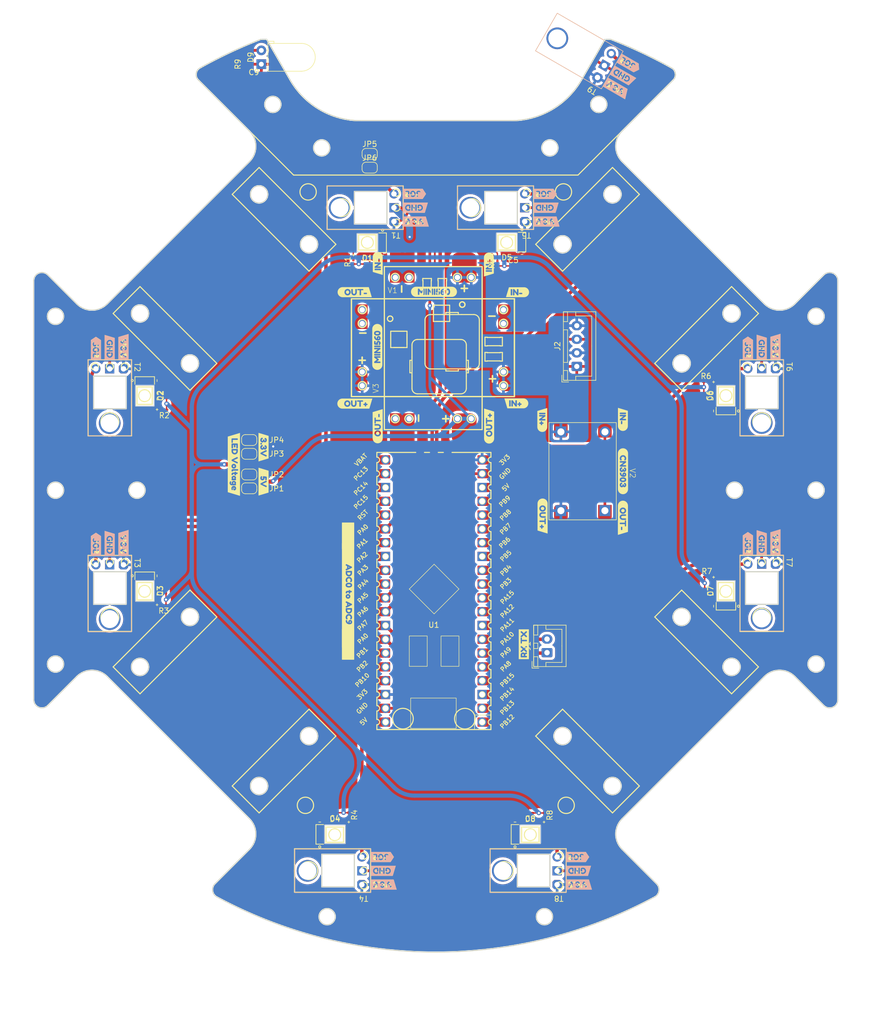
<source format=kicad_pcb>
(kicad_pcb (version 20221018) (generator pcbnew)
  (layers (0 "F.Cu" signal) (31 "B.Cu" signal) (34 "B.Paste" user) (35 "F.Paste" user) (36 "B.SilkS" user "B.Silkscreen") (37 "F.SilkS" user "F.Silkscreen") (38 "B.Mask" user) (39 "F.Mask" user) (44 "Edge.Cuts" user))
  (net 0 "")
  (net 1 "+3.3V")
  (net 2 "GND")
  (net 3 "Net-(D1-A)")
  (net 4 "Net-(D2-A)")
  (net 5 "Net-(D3-A)")
  (net 6 "Net-(D4-A)")
  (net 7 "Net-(D5-A)")
  (net 8 "Net-(D6-A)")
  (net 9 "Net-(D7-A)")
  (net 10 "Net-(D8-A)")
  (net 11 "Net-(D9-A)")
  (net 12 "PICO_RX")
  (net 13 "PICO_TX")
  (net 14 "+12V")
  (net 15 "V_LED")
  (net 16 "+5V")
  (net 17 "TEMT1")
  (net 18 "TEMT2")
  (net 19 "TEMT3")
  (net 20 "TEMT4")
  (net 21 "TEMT5")
  (net 22 "TEMT6")
  (net 23 "TEMT7")
  (net 24 "TEMT8")
  (net 25 "TEMT_BALLCAP")
  (net 49 "Net-(JP5-A)")
  (footprint "components:CN3903" (layer "F.Cu") (at 121.1422 89.262042 -90)
    (fp_text reference "V2")
    (fp_text value "CN3903")
  )
  (footprint "Resistor_SMD:R_0201_0603Metric_Pad0.64x0.40mm_HandSolder" (layer "F.Cu") (at 139.9032 115.9764)
    (fp_text reference "R7")
    (fp_text value "R")
  )
  (footprint "Resistor_SMD:R_0201_0603Metric_Pad0.64x0.40mm_HandSolder" (layer "F.Cu") (at 139.7497 80.0608)
    (fp_text reference "R6")
    (fp_text value "R")
  )
  (footprint "components:MINI560" (layer "F.Cu") (at 82.523727 86.840857 90)
    (fp_text reference "V3")
    (fp_text value "MINI560 5V")
  )
  (footprint "components:TEMT6000" (layer "F.Cu") (at 32.512 77.663642 -90)
    (fp_text reference "T2")
    (fp_text value "TEMT6000")
  )
  (footprint "Resistor_SMD:R_0201_0603Metric_Pad0.64x0.40mm_HandSolder" (layer "F.Cu") (at 39.9288 121.158 180)
    (fp_text reference "R3")
    (fp_text value "R")
  )
  (footprint "Jumper:SolderJumper-2_P1.3mm_Open_RoundedPad1.0x1.5mm" (layer "F.Cu") (at 55.6545 99.655)
    (fp_text reference "JP1")
    (fp_text value "SolderJumper_2_Open")
  )
  (footprint "kibuzzard-659448C0" (layer "F.Cu") (at 52.832 95.25 -90)
    (fp_text reference "kibuzzard-659448C0" hide)
    (fp_text value "G***" hide)
  )
  (footprint "Jumper:SolderJumper-2_P1.3mm_Bridged2Bar_RoundedPad1.0x1.5mm" (layer "F.Cu") (at 77.836 40.64)
    (fp_text reference "JP6")
    (fp_text value "SolderJumper_2_Bridged")
  )
  (footprint "components:STM32FE411CEU6_Pico_SMD_TH" (layer "F.Cu") (at 91.9768 113.3684 180)
    (fp_text reference "U1")
    (fp_text value "STM32F411CEU6 BlackPill Pico")
  )
  (footprint "components:LED-6028" (layer "F.Cu") (at 68.8445 163.333)
    (fp_text reference "D4")
    (fp_text value "LED")
    (fp_line (start 0.695 -1.7) (end 0.695 1.7) (stroke (width 0.15)) (layer "Edge.Cuts"))
    (fp_line (start 4.495 -1.7) (end 0.695 -1.7) (stroke (width 0.15)) (layer "Edge.Cuts"))
    (fp_line (start 4.495 -1.7) (end 4.495 1.7) (stroke (width 0.15)) (layer "Edge.Cuts"))
    (fp_line (start 4.495 1.7) (end 0.695 1.7) (stroke (width 0.15)) (layer "Edge.Cuts"))
  )
  (footprint "Resistor_SMD:R_0201_0603Metric_Pad0.64x0.40mm_HandSolder" (layer "F.Cu") (at 109.9312 159.8168 -90)
    (fp_text reference "R8")
    (fp_text value "R")
  )
  (footprint "Connector_JST:JST_XH_B2B-XH-A_1x02_P2.50mm_Vertical" (layer "F.Cu") (at 110.473 129.901 90)
    (fp_text reference "J1")
    (fp_text value "JST_XH_01x02")
  )
  (footprint "Capacitor_SMD:C_0201_0603Metric_Pad0.64x0.40mm_HandSolder" (layer "F.Cu") (at 139.4968 118.5672 -90)
    (fp_text reference "C7")
    (fp_text value "100nF")
  )
  (footprint "components:TEMT6000" (layer "F.Cu") (at 32.512 113.731642 -90)
    (fp_text reference "T3")
    (fp_text value "TEMT6000")
  )
  (footprint "components:TEMT6000" (layer "F.Cu") (at 76.387358 172.593 180)
    (fp_text reference "T4")
    (fp_text value "TEMT6000")
  )
  (footprint "Capacitor_SMD:C_0201_0603Metric_Pad0.64x0.40mm_HandSolder" (layer "F.Cu") (at 139.3444 82.6008 -90)
    (fp_text reference "C6")
    (fp_text value "100nF")
  )
  (footprint "components:TEMT6000" (layer "F.Cu") (at 152.527 113.604642 -90)
    (fp_text reference "T7")
    (fp_text value "TEMT6000")
  )
  (footprint "Jumper:SolderJumper-2_P1.3mm_Open_RoundedPad1.0x1.5mm" (layer "F.Cu") (at 77.836 38.1)
    (fp_text reference "JP5")
    (fp_text value "SolderJumper_2_Open")
  )
  (footprint "Capacitor_SMD:C_0201_0603Metric_Pad0.64x0.40mm_HandSolder" (layer "F.Cu") (at 104.267 58.7248)
    (fp_text reference "C5")
    (fp_text value "100nF")
  )
  (footprint "Connector_JST:JST_XH_B4B-XH-A_1x04_P2.50mm_Vertical" (layer "F.Cu") (at 115.951 77.223 90)
    (fp_text reference "J2")
    (fp_text value "JST_XH_01x04")
  )
  (footprint "Capacitor_SMD:C_0201_0603Metric_Pad0.64x0.40mm_HandSolder" (layer "F.Cu") (at 107.3923 159.4104 180)
    (fp_text reference "C8")
    (fp_text value "100nF")
  )
  (footprint "components:TEMT6000" (layer "F.Cu") (at 112.328358 172.593 180)
    (fp_text reference "T8")
    (fp_text value "TEMT6000")
  )
  (footprint "components:LED-6028" (layer "F.Cu") (at 36.438 115.9615 -90)
    (fp_text reference "D3")
    (fp_text value "LED")
    (fp_line (start 0.695 -1.7) (end 0.695 1.7) (stroke (width 0.15)) (layer "Edge.Cuts"))
    (fp_line (start 4.495 -1.7) (end 0.695 -1.7) (stroke (width 0.15)) (layer "Edge.Cuts"))
    (fp_line (start 4.495 -1.7) (end 4.495 1.7) (stroke (width 0.15)) (layer "Edge.Cuts"))
    (fp_line (start 4.495 1.7) (end 0.695 1.7) (stroke (width 0.15)) (layer "Edge.Cuts"))
  )
  (footprint "components:MINI560" (layer "F.Cu") (at 76.454 66.772)
    (fp_text reference "V1")
    (fp_text value "MINI560 3.3V")
  )
  (footprint "components:TEMT6000" (layer "F.Cu") (at 106.359358 50.546 180)
    (fp_text reference "T5")
    (fp_text value "TEMT6000")
  )
  (footprint "Capacitor_SMD:C_0201_0603Metric_Pad0.64x0.40mm_HandSolder" (layer "F.Cu") (at 40.3352 118.5164 90)
    (fp_text reference "C3")
    (fp_text value locked "100nF")
  )
  (footprint "components:LED-6028" (layer "F.Cu") (at 79.9995 54.472 180)
    (fp_text reference "D1")
    (fp_text value "LED")
    (fp_line (start 0.695 -1.7) (end 0.695 1.7) (stroke (width 0.15)) (layer "Edge.Cuts"))
    (fp_line (start 4.495 -1.7) (end 0.695 -1.7) (stroke (width 0.15)) (layer "Edge.Cuts"))
    (fp_line (start 4.495 -1.7) (end 4.495 1.7) (stroke (width 0.15)) (layer "Edge.Cuts"))
    (fp_line (start 4.495 1.7) (end 0.695 1.7) (stroke (width 0.15)) (layer "Edge.Cuts"))
  )
  (footprint "components:TEMT6000" (layer "F.Cu") (at 82.296 50.546 180)
    (fp_text reference "T1")
    (fp_text value "TEMT6000")
  )
  (footprint "Jumper:SolderJumper-2_P1.3mm_Bridged2Bar_RoundedPad1.0x1.5mm" (layer "F.Cu") (at 55.6545 93.305)
    (fp_text reference "JP3")
    (fp_text value "SolderJumper_2_Bridged")
  )
  (footprint "Resistor_SMD:R_0201_0603Metric_Pad0.64x0.40mm_HandSolder" (layer "F.Cu") (at 40.0304 85.1916 180)
    (fp_text reference "R2")
    (fp_text value "R")
  )
  (footprint "Capacitor_SMD:C_0201_0603Metric_Pad0.64x0.40mm_HandSolder" (layer "F.Cu") (at 77.3673 58.3692)
    (fp_text reference "C1")
    (fp_text value "100nF")
  )
  (footprint "Resistor_SMD:R_0201_0603Metric_Pad0.64x0.40mm_HandSolder" (layer "F.Cu") (at 101.346 58.3184 90)
    (fp_text reference "R5")
    (fp_text value "R")
  )
  (footprint "components:TEMT6000" (layer "F.Cu") (at 152.527 77.63 -90)
    (fp_text reference "T6")
    (fp_text value "TEMT6000")
  )
  (footprint "components:TEMT6000" (layer "F.Cu") (at 119.761 24.037331 150)
    (fp_text reference "T9")
    (fp_text value "TEMT6000")
  )
  (footprint "kibuzzard-65944839" (layer "F.Cu") (at 58.293 92.075 -90)
    (fp_text reference "kibuzzard-65944839" hide)
    (fp_text value "G***" hide)
  )
  (footprint "Capacitor_SMD:C_0201_0603Metric_Pad0.64x0.40mm_HandSolder" (layer "F.Cu") (at 71.4259 159.3596 180)
    (fp_text reference "C4")
    (fp_text value "100nF")
  )
  (footprint "kibuzzard-6594489E" (layer "F.Cu") (at 58.293 98.425 -90)
    (fp_text reference "kibuzzard-6594489E" hide)
    (fp_text value "G***" hide)
  )
  (footprint "Resistor_SMD:R_0201_0603Metric_Pad0.64x0.40mm_HandSolder" (layer "F.Cu") (at 54.61 21.59 90)
    (fp_text reference "R9")
    (fp_text value "R")
  )
  (footprint "Capacitor_SMD:C_0201_0603Metric_Pad0.64x0.40mm_HandSolder" (layer "F.Cu") (at 40.4368 82.6008 90)
    (fp_text reference "C2")
    (fp_text value "100nF")
  )
  (footprint "Capacitor_SMD:C_0201_0603Metric_Pad0.64x0.40mm_HandSolder" (layer "F.Cu") (at 56.515 24.13)
    (fp_text reference "C9")
    (fp_text value "100nF")
  )
  (footprint "components:LED-6028" (layer "F.Cu") (at 143.383 85.217 90)
    (fp_text reference "D6")
    (fp_text value "LED")
    (fp_line (start 0.695 -1.7) (end 0.695 1.7) (stroke (width 0.15)) (layer "Edge.Cuts"))
    (fp_line (start 4.495 -1.7) (end 0.695 -1.7) (stroke (width 0.15)) (layer "Edge.Cuts"))
    (fp_line (start 4.495 -1.7) (end 4.495 1.7) (stroke (width 0.15)) (layer "Edge.Cuts"))
    (fp_line (start 4.495 1.7) (end 0.695 1.7) (stroke (width 0.15)) (layer "Edge.Cuts"))
  )
  (footprint "Jumper:SolderJumper-2_P1.3mm_Bridged2Bar_RoundedPad1.0x1.5mm" (layer "F.Cu") (at 55.6545 90.765)
    (fp_text reference "JP4")
    (fp_text value "SolderJumper_2_Bridged")
  )
  (footprint "Resistor_SMD:R_0201_0603Metric_Pad0.64x0.40mm_HandSolder" (layer "F.Cu") (at 74.8284 57.9639 90)
    (fp_text reference "R1")
    (fp_text value "R")
  )
  (footprint "LED_THT:LED_D5.0mm_Horizontal_O1.27mm_Z3.0mm" (layer "F.Cu") (at 57.882 21.595 90)
    (fp_text reference "D9")
    (fp_text value "IR_LED")
  )
  (footprint "components:LED-6028" (layer "F.Cu") (at 36.438 80.0205 -90)
    (fp_text reference "D2")
    (fp_text value "LED")
    (fp_line (start 0.695 -1.7) (end 0.695 1.7) (stroke (width 0.15)) (layer "Edge.Cuts"))
    (fp_line (start 4.495 -1.7) (end 0.695 -1.7) (stroke (width 0.15)) (layer "Edge.Cuts"))
    (fp_line (start 4.495 -1.7) (end 4.495 1.7) (stroke (width 0.15)) (layer "Edge.Cuts"))
    (fp_line (start 4.495 1.7) (end 0.695 1.7) (stroke (width 0.15)) (layer "Edge.Cuts"))
  )
  (footprint "components:LED-6028" (layer "F.Cu") (at 104.7855 163.333)
    (fp_text reference "D8")
    (fp_text value "LED")
    (fp_line (start 0.695 -1.7) (end 0.695 1.7) (stroke (width 0.15)) (layer "Edge.Cuts"))
    (fp_line (start 4.495 -1.7) (end 0.695 -1.7) (stroke (width 0.15)) (layer "Edge.Cuts"))
    (fp_line (start 4.495 -1.7) (end 4.495 1.7) (stroke (width 0.15)) (layer "Edge.Cuts"))
    (fp_line (start 4.495 1.7) (end 0.695 1.7) (stroke (width 0.15)) (layer "Edge.Cuts"))
  )
  (footprint "components:LED-6028" (layer "F.Cu") (at 143.394 121.1475 90)
    (fp_text reference "D7")
    (fp_text value "LED")
    (fp_line (start 0.695 -1.7) (end 0.695 1.7) (stroke (width 0.15)) (layer "Edge.Cuts"))
    (fp_line (start 4.495 -1.7) (end 0.695 -1.7) (stroke (width 0.15)) (layer "Edge.Cuts"))
    (fp_line (start 4.495 -1.7) (end 4.495 1.7) (stroke (width 0.15)) (layer "Edge.Cuts"))
    (fp_line (start 4.495 1.7) (end 0.695 1.7) (stroke (width 0.15)) (layer "Edge.Cuts"))
  )
  (footprint "components:LED-6028" (layer "F.Cu") (at 105.664 54.356 180)
    (fp_text reference "D5")
    (fp_text value "LED")
    (fp_line (start 0.695 -1.7) (end 0.695 1.7) (stroke (width 0.15)) (layer "Edge.Cuts"))
    (fp_line (start 4.495 -1.7) (end 0.695 -1.7) (stroke (width 0.15)) (layer "Edge.Cuts"))
    (fp_line (start 4.495 -1.7) (end 4.495 1.7) (stroke (width 0.15)) (layer "Edge.Cuts"))
    (fp_line (start 4.495 1.7) (end 0.695 1.7) (stroke (width 0.15)) (layer "Edge.Cuts"))
  )
  (footprint "Jumper:SolderJumper-2_P1.3mm_Open_RoundedPad1.0x1.5mm" (layer "F.Cu") (at 55.6545 97.115)
    (fp_text reference "JP2")
    (fp_text value "SolderJumper_2_Open")
  )
  (footprint "Resistor_SMD:R_0201_0603Metric_Pad0.64x0.40mm_HandSolder" (layer "F.Cu") (at 73.9648 159.766 -90)
    (fp_text reference "R4")
    (fp_text value "R")
  )
  (gr_line (start 63.169873 24.5) (end 58.839746 17) (stroke (width 0.2)) (layer "F.SilkS"))
  (gr_line (start 111 173) (end 105 173) (stroke (width 0.2)) (layer "F.SilkS"))
  (gr_line (start 101.448 55.8) (end 101.448 53) (stroke (width 0.2)) (layer "F.SilkS"))
  (gr_circle (center 98.55 122.36) (end 99.05 122.36) (stroke (width 0.2)) (fill none) (layer "F.SilkS"))
  (gr_circle (center 82.75 50.75) (end 83.4 50.75) (stroke (width 0.2)) (fill none) (layer "F.SilkS"))
  (gr_arc (start 164 138.558875) (mid 163.074029 139.944718) (end 161.43934 139.619535) (stroke (width 0.2)) (layer "F.SilkS"))
  (gr_circle (center 80.75 119.82) (end 81.25 119.82) (stroke (width 0.2)) (fill none) (layer "F.SilkS"))
  (gr_circle (center 152.75 113.25) (end 153.4 113.25) (stroke (width 0.2)) (fill none) (layer "F.SilkS"))
  (gr_circle (center 98.55 96.96) (end 99.05 96.96) (stroke (width 0.2)) (fill none) (layer "F.SilkS"))
  (gr_line (start 127.476659 154.447222) (end 122.526912 159.39697) (stroke (width 0.2)) (layer "F.SilkS"))
  (gr_circle (center 98.55 114.74) (end 99.05 114.74) (stroke (width 0.2)) (fill none) (layer "F.SilkS"))
  (gr_circle (center 30 123.4) (end 31.65 123.4) (stroke (width 0.2)) (fill none) (layer "F.SilkS"))
  (gr_arc (start 79.15 93.92) (mid 79.65 94.42) (end 79.15 94.92) (stroke (width 0.2)) (layer "F.SilkS"))
  (gr_line (start 122.526912 40.60303) (end 127.476659 45.552778) (stroke (width 0.2)) (layer "F.SilkS"))
  (gr_arc (start 79.15 109.16) (mid 79.65 109.66) (end 79.15 110.16) (stroke (width 0.2)) (layer "F.SilkS"))
  (gr_line (start 100.15 100) (end 100.15 101.54) (stroke (width 0.2)) (layer "F.SilkS"))
  (gr_line (start 79.15 142.18) (end 79.15 140.64) (stroke (width 0.2)) (layer "F.SilkS"))
  (gr_circle (center 98.55 117.28) (end 99.05 117.28) (stroke (width 0.2)) (fill none) (layer "F.SilkS"))
  (gr_line (start 146 126) (end 154 126) (stroke (width 0.2)) (layer "F.SilkS"))
  (gr_curve (pts (xy 46.410953 24.591148) (xy 46.261651 24.441846) (xy 46.103362 24.283557) (xy 46.002181 24.049829)) (stroke (width 0.2)) (layer "F.SilkS"))
  (gr_arc (start 124.294679 166.114484) (mid 123.123109 163.286058) (end 124.294679 160.45763) (stroke (width 0.2)) (layer "F.SilkS"))
  (gr_circle (center 71.4 163.4) (end 72.5 163.4) (stroke (width 0.2)) (fill none) (layer "F.SilkS"))
  (gr_line (start 35 120.2) (end 35 117) (stroke (width 0.2)) (layer "F.SilkS"))
  (gr_arc (start 100.15 127.94) (mid 99.65 127.44) (end 100.15 126.94) (stroke (width 0.2)) (layer "F.SilkS"))
  (gr_arc (start 100.15 138.1) (mid 99.65 137.6) (end 100.15 137.1) (stroke (width 0.2)) (layer "F.SilkS"))
  (gr_line (start 75 167) (end 75 173) (stroke (width 0.2)) (layer "F.SilkS"))
  (gr_curve (pts (xy 45.900429 23.579729) (xy 45.894225 23.388905) (xy 45.924994 23.189619) (xy 45.989429 23.009539)) (stroke (width 0.2)) (layer "F.SilkS"))
  (gr_line (start 37.8 84.2) (end 35 84.2) (stroke (width 0.2)) (layer "F.SilkS"))
  (gr_line (start 146 76) (end 146 90) (stroke (width 0.2)) (layer "F.SilkS"))
  (gr_line (start 154 126) (end 154 112) (stroke (width 0.2)) (layer "F.SilkS"))
  (gr_line (start 103.839746 32) (end 76.160254 32) (stroke (width 0.2)) (layer "F.SilkS"))
  (gr_arc (start 156.114484 65.705321) (mid 153.286057 66.876894) (end 150.45763 65.705321) (stroke (width 0.2)) (layer "F.SilkS"))
  (gr_circle (center 135.254834 123.334524) (end 136.854834 123.334524) (stroke (width 0.2)) (fill none) (layer "F.SilkS"))
  (gr_line (start 37.8 120.2) (end 35 120.2) (stroke (width 0.2)) (layer "F.SilkS"))
  (gr_circle (center 135.254834 76.665476) (end 136.854834 76.665476) (stroke (width 0.2)) (fill none) (layer "F.SilkS"))
  (gr_curve (pts (xy 133.969176 24.111124) (xy 133.868282 24.311913) (xy 133.725459 24.454736) (xy 133.589047 24.591148)) (stroke (width 0.2)) (layer "F.SilkS"))
  (gr_line (start 79 53) (end 79 55.8) (stroke (width 0.2)) (layer "F.SilkS"))
  (gr_circle (center 57.473088 45.552778) (end 59.073088 45.552778) (stroke (width 0.2)) (fill none) (layer "F.SilkS"))
  (gr_line (start 33 79) (end 33 85) (stroke (width 0.2)) (layer "F.SilkS"))
  (gr_circle (center 98.55 112.2) (end 99.05 112.2) (stroke (width 0.2)) (fill none) (layer "F.SilkS"))
  (gr_circle (center 82.75 45.25) (end 83.4 45.25) (stroke (width 0.2)) (fill none) (layer "F.SilkS"))
  (gr_line (start 69 167) (end 75 167) (stroke (width 0.2)) (layer "F.SilkS"))
  (gr_circle (center 102.5 80.75) (end 103.25 80.75) (stroke (width 0.2)) (fill none) (layer "F.SilkS"))
  (gr_line (start 100 174) (end 114 174) (stroke (width 0.2)) (layer "F.SilkS"))
  (gr_line (start 37.8 117) (end 37.8 120.2) (stroke (width 0.2)) (layer "F.SilkS"))
  (gr_line (start 105 51) (end 99 51) (stroke (width 0.2)) (layer "F.SilkS"))
  (gr_circle (center 30 87.4) (end 31.65 87.4) (stroke (width 0.2)) (fill none) (layer "F.SilkS"))
  (gr_arc (start 100.15 97.46) (mid 99.65 96.96) (end 100.15 96.46) (stroke (width 0.2)) (layer "F.SilkS"))
  (gr_circle (center 111 37) (end 112.5 37) (stroke (width 0.2)) (fill none) (layer "F.SilkS"))
  (gr_line (start 100.15 102.54) (end 100.15 104.08) (stroke (width 0.2)) (layer "F.SilkS"))
  (gr_arc (start 55.705321 33.885516) (mid 56.876891 36.713942) (end 55.705321 39.54237) (stroke (width 0.2)) (layer "F.SilkS"))
  (gr_circle (center 80.75 117.28) (end 81.25 117.28) (stroke (width 0.2)) (fill none) (layer "F.SilkS"))
  (gr_line (start 100.15 138.1) (end 100.15 139.64) (stroke (width 0.2)) (layer "F.SilkS"))
  (gr_circle (center 106.75 48) (end 107.4 48) (stroke (width 0.2)) (fill none) (layer "F.SilkS"))
  (gr_arc (start 79.15 142.18) (mid 79.65 142.68) (end 79.15 143.18) (stroke (width 0.2)) (layer "F.SilkS"))
  (gr_line (start 154 76) (end 146 76) (stroke (width 0.2)) (layer "F.SilkS"))
  (gr_line (start 101.448 53) (end 104.648 53) (stroke (width 0.2)) (layer "F.SilkS"))
  (gr_line (start 100.15 120.32) (end 100.15 121.86) (stroke (width 0.2)) (layer "F.SilkS"))
  (gr_line (start 79.15 101.54) (end 79.15 100) (stroke (width 0.2)) (layer "F.SilkS"))
  (gr_line (start 121.160254 17) (end 122.124757 17) (stroke (width 0.2)) (layer "F.SilkS"))
  (gr_line (start 79.15 134.56) (end 79.15 133.02) (stroke (width 0.2)) (layer "F.SilkS"))
  (gr_arc (start 79.15 111.7) (mid 79.65 112.2) (end 79.15 112.7) (stroke (width 0.2)) (layer "F.SilkS"))
  (gr_circle (center 72.6 48) (end 74.25 48) (stroke (width 0.2)) (fill none) (layer "F.SilkS"))
  (gr_circle (center 77.4 54.4) (end 78.5 54.4) (stroke (width 0.2)) (fill none) (layer "F.SilkS"))
  (gr_line (start 164 138.558875) (end 164 61.441125) (stroke (width 0.2)) (layer "F.SilkS"))
  (gr_arc (start 116.830127 24.5) (mid 111.339746 29.99038) (end 103.839746 32) (stroke (width 0.2)) (layer "F.SilkS"))
  (gr_circle (center 98.55 142.68) (end 99.05 142.68) (stroke (width 0.2)) (fill none) (layer "F.SilkS"))
  (gr_line (start 153 85) (end 147 85) (stroke (width 0.2)) (layer "F.SilkS"))
  (gr_line (start 161.43934 60.380465) (end 156.114484 65.705321) (stroke (width 0.2)) (layer "F.SilkS"))
  (gr_arc (start 161.43934 60.380465) (mid 163.074022 60.055299) (end 164 61.441125) (stroke (width 0.2)) (layer "F.SilkS"))
  (gr_circle (center 66.5 45.1) (end 68 45.1) (stroke (width 0.2)) (fill none) (layer "F.SilkS"))
  (gr_circle (center 80.75 94.42) (end 81.25 94.42) (stroke (width 0.2)) (fill none) (layer "F.SilkS"))
  (gr_line (start 144.8 120.2) (end 142 120.2) (stroke (width 0.2)) (layer "F.SilkS"))
  (gr_line (start 64 174) (end 78 174) (stroke (width 0.2)) (layer "F.SilkS"))
  (gr_line (start 133.589047 24.591148) (end 116.180195 42) (stroke (width 0.2)) (layer "F.SilkS"))
  (gr_line (start 49.694913 76.665476) (end 44.745166 81.615224) (stroke (width 0.2)) (layer "F.SilkS"))
  (gr_circle (center 96.6 48) (end 98.25 48) (stroke (width 0.2)) (fill none) (layer "F.SilkS"))
  (gr_arc (start 18.56066 139.619535) (mid 16.925974 139.944693) (end 16 138.558875) (stroke (width 0.2)) (layer "F.SilkS"))
  (gr_line (start 100.15 97.46) (end 100.15 99) (stroke (width 0.2)) (layer "F.SilkS"))
  (gr_line (start 70 52) (end 84 52) (stroke (width 0.2)) (layer "F.SilkS"))
  (gr_line (start 74.5 82.75) (end 74.5 64.75) (stroke (width 0.2)) (layer "F.SilkS"))
  (gr_line (start 79.15 111.7) (end 79.15 110.16) (stroke (width 0.2)) (layer "F.SilkS"))
  (gr_line (start 73 162) (end 73 164.8) (stroke (width 0.2)) (layer "F.SilkS"))
  (gr_arc (start 79.15 101.54) (mid 79.65 102.04) (end 79.15 102.54) (stroke (width 0.2)) (layer "F.SilkS"))
  (gr_circle (center 20 132) (end 21.5 132) (stroke (width 0.2)) (fill none) (layer "F.SilkS"))
  (gr_line (start 100.15 143.18) (end 100.15 144.05) (stroke (width 0.2)) (layer "F.SilkS"))
  (gr_arc (start 124.294679 39.54237) (mid 123.123105 36.713942) (end 124.294679 33.885516) (stroke (width 0.2)) (layer "F.SilkS"))
  (gr_line (start 154 112) (end 146 112) (stroke (width 0.2)) (layer "F.SilkS"))
  (gr_circle (center 98.55 104.58) (end 99.05 104.58) (stroke (width 0.2)) (fill none) (layer "F.SilkS"))
  (gr_line (start 124.294679 160.45763) (end 150.45763 134.294679) (stroke (width 0.2)) (layer "F.SilkS"))
  (gr_circle (center 44.745166 123.334524) (end 46.345166 123.334524) (stroke (width 0.2)) (fill none) (layer "F.SilkS"))
  (gr_line (start 26 76) (end 26 90) (stroke (width 0.2)) (layer "F.SilkS"))
  (gr_circle (center 80.75 140.14) (end 81.25 140.14) (stroke (width 0.2)) (fill none) (layer "F.SilkS"))
  (gr_circle (center 160 100) (end 161.5 100) (stroke (width 0.2)) (fill none) (layer "F.SilkS"))
  (gr_circle (center 80.75 102.04) (end 81.25 102.04) (stroke (width 0.2)) (fill none) (layer "F.SilkS"))
  (gr_line (start 78 166) (end 64 166) (stroke (width 0.2)) (layer "F.SilkS"))
  (gr_line (start 105 173) (end 105 167) (stroke (width 0.2)) (layer "F.SilkS"))
  (gr_line (start 79.15 93.05) (end 86.31 93.05) (stroke (width 0.2)) (layer "F.SilkS"))
  (gr_line (start 79.15 119.32) (end 79.15 117.78) (stroke (width 0.2)) (layer "F.SilkS"))
  (gr_arc (start 79.15 124.4) (mid 79.65 124.9) (end 79.15 125.4) (stroke (width 0.2)) (layer "F.SilkS"))
  (gr_curve (pts (xy 133.257445 22.219582) (xy 133.441845 22.322136) (xy 133.637221 22.431645) (xy 133.798647 22.629296)) (stroke (width 0.2)) (layer "F.SilkS"))
  (gr_circle (center 150 77.25) (end 150.65 77.25) (stroke (width 0.2)) (fill none) (layer "F.SilkS"))
  (gr_circle (center 112.75 172.75) (end 113.4 172.75) (stroke (width 0.2)) (fill none) (layer "F.SilkS"))
  (gr_line (start 100.15 130.48) (end 100.15 132.02) (stroke (width 0.2)) (layer "F.SilkS"))
  (gr_arc (start 46.742555 22.219582) (mid 52.218653 19.417307) (end 57.875243 17) (stroke (width 0.2)) (layer "F.SilkS"))
  (gr_curve (pts (xy 133.798647 22.629296) (xy 133.896625 22.749262) (xy 133.973497 22.890616) (xy 134.026714 23.057245)) (stroke (width 0.2)) (layer "F.SilkS"))
  (gr_circle (center 143.4 82.6) (end 144.5 82.6) (stroke (width 0.2)) (fill none) (layer "F.SilkS"))
  (gr_arc (start 100.15 100) (mid 99.65 99.5) (end 100.15 99) (stroke (width 0.2)) (layer "F.SilkS"))
  (gr_line (start 79.15 114.24) (end 79.15 112.7) (stroke (width 0.2)) (layer "F.SilkS"))
  (gr_curve (pts (xy 45.900429 23.579729) (xy 45.894225 23.388905) (xy 45.924994 23.189619) (xy 45.989429 23.009539)) (stroke (width 0.2)) (layer "F.SilkS"))
  (gr_circle (center 80.75 109.66) (end 81.25 109.66) (stroke (width 0.2)) (fill none) (layer "F.SilkS"))
  (gr_line (start 127.476659 45.552778) (end 113.334524 59.694913) (stroke (width 0.2)) (layer "F.SilkS"))
  (gr_curve (pts (xy 46.244074 22.579821) (xy 46.396535 22.41272) (xy 46.573538 22.31358) (xy 46.742555 22.219582)) (stroke (width 0.2)) (layer "F.SilkS"))
  (gr_arc (start 79.15 114.24) (mid 79.65 114.74) (end 79.15 115.24) (stroke (width 0.2)) (layer "F.SilkS"))
  (gr_line (start 79.15 116.78) (end 79.15 115.24) (stroke (width 0.2)) (layer "F.SilkS"))
  (gr_circle (center 27.25 113.25) (end 27.9 113.25) (stroke (width 0.2)) (fill none) (layer "F.SilkS"))
  (gr_line (start 79.15 99) (end 79.15 97.46) (stroke (width 0.2)) (layer "F.SilkS"))
  (gr_line (start 100.15 133.02) (end 100.15 134.56) (stroke (width 0.2)) (layer "F.SilkS"))
  (gr_line (start 79.15 129.48) (end 79.15 127.94) (stroke (width 0.2)) (layer "F.SilkS"))
  (gr_line (start 70 44) (end 70 52) (stroke (width 0.2)) (layer "F.SilkS"))
  (gr_line (start 81 51) (end 75 51) (stroke (width 0.2)) (layer "F.SilkS"))
  (gr_circle (center 76.5 78.21) (end 77.25 78.21) (stroke (width 0.2)) (fill none) (layer "F.SilkS"))
  (gr_circle (center 98.55 124.9) (end 99.05 124.9) (stroke (width 0.2)) (fill none) (layer "F.SilkS"))
  (gr_line (start 147 85) (end 147 79) (stroke (width 0.2)) (layer "F.SilkS"))
  (gr_line (start 100.15 117.78) (end 100.15 119.32) (stroke (width 0.2)) (layer "F.SilkS"))
  (gr_line (start 122.526912 159.39697) (end 108.384776 145.254834) (stroke (width 0.2)) (layer "F.SilkS"))
  (gr_line (start 55.705321 39.54237) (end 29.54237 65.705321) (stroke (width 0.2)) (layer "F.SilkS"))
  (gr_line (start 122.124757 17) (end 121.160254 17) (stroke (width 0.2)) (layer "F.SilkS"))
  (gr_circle (center 98.55 132.52) (end 99.05 132.52) (stroke (width 0.2)) (fill none) (layer "F.SilkS"))
  (gr_line (start 37.8 81) (end 37.8 84.2) (stroke (width 0.2)) (layer "F.SilkS"))
  (gr_curve (pts (xy 134.026714 23.057245) (xy 134.085105 23.240074) (xy 134.110211 23.441409) (xy 134.096839 23.633307)) (stroke (width 0.2)) (layer "F.SilkS"))
  (gr_line (start 144.8 84.2) (end 142 84.2) (stroke (width 0.2)) (layer "F.SilkS"))
  (gr_line (start 104.648 53) (end 104.648 55.8) (stroke (width 0.2)) (layer "F.SilkS"))
  (gr_line (start 66.665476 59.694913) (end 52.523341 45.552778) (stroke (width 0.2)) (layer "F.SilkS"))
  (gr_circle (center 35 100) (end 36.5 100) (stroke (width 0.2)) (fill none) (layer "F.SilkS"))
  (gr_curve (pts (xy 133.257445 22.219582) (xy 133.441845 22.322136) (xy 133.637221 22.431645) (xy 133.798647 22.629296)) (stroke (width 0.2)) (layer "F.SilkS"))
  (gr_line (start 94 44) (end 94 52) (stroke (width 0.2)) (layer "F.SilkS"))
  (gr_line (start 147 121) (end 147 115) (stroke (width 0.2)) (layer "F.SilkS"))
  (gr_arc (start 79.15 134.56) (mid 79.65 135.06) (end 79.15 135.56) (stroke (width 0.2)) (layer "F.SilkS"))
  (gr_line (start 81 45) (end 81 51) (stroke (width 0.2)) (layer "F.SilkS"))
  (gr_circle (center 80.75 96.96) (end 81.25 96.96) (stroke (width 0.2)) (fill none) (layer "F.SilkS"))
  (gr_line (start 26 90) (end 34 90) (stroke (width 0.2)) (layer "F.SilkS"))
  (gr_circle (center 80.75 112.2) (end 81.25 112.2) (stroke (width 0.2)) (fill none) (layer "F.SilkS"))
  (gr_circle (center 20 68) (end 21.5 68) (stroke (width 0.2)) (fill none) (layer "F.SilkS"))
  (gr_circle (center 113.5 45.1) (end 115 45.1) (stroke (width 0.2)) (fill none) (layer "F.SilkS"))
  (gr_line (start 55.705321 166.114484) (end 49.357935 172.46187) (stroke (width 0.2)) (layer "F.SilkS"))
  (gr_line (start 27 121) (end 27 115) (stroke (width 0.2)) (layer "F.SilkS"))
  (gr_circle (center 80.75 114.74) (end 81.25 114.74) (stroke (width 0.2)) (fill none) (layer "F.SilkS"))
  (gr_line (start 100.15 112.7) (end 100.15 114.24) (stroke (width 0.2)) (layer "F.SilkS"))
  (gr_circle (center 106.75 45.25) (end 107.4 45.25) (stroke (width 0.2)) (fill none) (layer "F.SilkS"))
  (gr_line (start 130.305087 76.665476) (end 144.447222 62.523341) (stroke (width 0.2)) (layer "F.SilkS"))
  (gr_line (start 135.254834 118.384776) (end 149.39697 132.526912) (stroke (width 0.2)) (layer "F.SilkS"))
  (gr_circle (center 80.75 124.9) (end 81.25 124.9) (stroke (width 0.2)) (fill none) (layer "F.SilkS"))
  (gr_circle (center 80.75 135.06) (end 81.25 135.06) (stroke (width 0.2)) (fill none) (layer "F.SilkS"))
  (gr_circle (center 66.6 170) (end 68.25 170) (stroke (width 0.2)) (fill none) (layer "F.SilkS"))
  (gr_line (start 35 84.2) (end 35 81) (stroke (width 0.2)) (layer "F.SilkS"))
  (gr_arc (start 79.15 137.1) (mid 79.65 137.6) (end 79.15 138.1) (stroke (width 0.2)) (layer "F.SilkS"))
  (gr_arc (start 100.15 112.7) (mid 99.65 112.2) (end 100.15 111.7) (stroke (width 0.2)) (layer "F.SilkS"))
  (gr_line (start 153 121) (end 147 121) (stroke (width 0.2)) (layer "F.SilkS"))
  (gr_line (start 30.60303 132.526912) (end 44.745166 118.384776) (stroke (width 0.2)) (layer "F.SilkS"))
  (gr_line (start 26 112) (end 26 126) (stroke (width 0.2)) (layer "F.SilkS"))
  (gr_curve (pts (xy 134.096839 23.633307) (xy 134.081761 23.849691) (xy 134.021166 24.00766) (xy 133.969176 24.111124)) (stroke (width 0.2)) (layer "F.SilkS"))
  (gr_circle (center 32.75 113.25) (end 33.4 113.25) (stroke (width 0.2)) (fill none) (layer "F.SilkS"))
  (gr_line (start 84 44) (end 70 44) (stroke (width 0.2)) (layer "F.SilkS"))
  (gr_line (start 116.830127 24.5) (end 121.160254 17) (stroke (width 0.2)) (layer "F.SilkS"))
  (gr_circle (center 147.25 113.25) (end 147.9 113.25) (stroke (width 0.2)) (fill none) (layer "F.SilkS"))
  (gr_circle (center 80.75 132.52) (end 81.25 132.52) (stroke (width 0.2)) (fill none) (layer "F.SilkS"))
  (gr_circle (center 70 178.5) (end 71.5 178.5) (stroke (width 0.2)) (fill none) (layer "F.SilkS"))
  (gr_line (start 90.45 93.05) (end 91.39 93.05) (stroke (width 0.2)) (layer "F.SilkS"))
  (gr_line (start 75.8 53) (end 79 53) (stroke (width 0.2)) (layer "F.SilkS"))
  (gr_line (start 71.615224 145.254834) (end 57.473088 159.39697) (stroke (width 0.2)) (layer "F.SilkS"))
  (gr_line (start 147 115) (end 153 115) (stroke (width 0.2)) (layer "F.SilkS"))
  (gr_line (start 108 44) (end 94 44) (stroke (width 0.2)) (layer "F.SilkS"))
  (gr_line (start 100.15 105.08) (end 100.15 106.62) (stroke (width 0.2)) (layer "F.SilkS"))
  (gr_line (start 79.15 104.08) (end 79.15 102.54) (stroke (width 0.2)) (layer "F.SilkS"))
  (gr_line (start 130.305087 123.334524) (end 135.254834 118.384776) (stroke (width 0.2)) (layer "F.SilkS"))
  (gr_arc (start 100.15 94.92) (mid 99.65 94.42) (end 100.15 93.92) (stroke (width 0.2)) (layer "F.SilkS"))
  (gr_curve (pts (xy 45.989429 23.009539) (xy 46.063681 22.802027) (xy 46.166402 22.664952) (xy 46.244074 22.579821)) (stroke (width 0.2)) (layer "F.SilkS"))
  (gr_arc (start 79.15 139.64) (mid 79.65 140.14) (end 79.15 140.64) (stroke (width 0.2)) (layer "F.SilkS"))
  (gr_arc (start 29.54237 65.705321) (mid 26.713943 66.876894) (end 23.885516 65.705321) (stroke (width 0.2)) (layer "F.SilkS"))
  (gr_arc (start 100.15 135.56) (mid 99.65 135.06) (end 100.15 134.56) (stroke (width 0.2)) (layer "F.SilkS"))
  (gr_circle (center 113.334524 145.254834) (end 114.934524 145.254834) (stroke (width 0.2)) (fill none) (layer "F.SilkS"))
  (gr_line (start 130.642065 172.46187) (end 124.294679 166.114484) (stroke (width 0.2)) (layer "F.SilkS"))
  (gr_circle (center 82.75 48) (end 83.4 48) (stroke (width 0.2)) (fill none) (layer "F.SilkS"))
  (gr_circle (center 80.75 104.58) (end 81.25 104.58) (stroke (width 0.2)) (fill none) (layer "F.SilkS"))
  (gr_line (start 75 173) (end 69 173) (stroke (width 0.2)) (layer "F.SilkS"))
  (gr_arc (start 100.15 122.86) (mid 99.65 122.36) (end 100.15 121.86) (stroke (width 0.2)) (layer "F.SilkS"))
  (gr_arc (start 55.705321 160.45763) (mid 56.876895 163.286058) (end 55.705321 166.114484) (stroke (width 0.2)) (layer "F.SilkS"))
  (gr_line (start 79.15 132.02) (end 79.15 130.48) (stroke (width 0.2)) (layer "F.SilkS"))
  (gr_line (start 58.839746 17) (end 57.875243 17) (stroke (width 0.2)) (layer "F.SilkS"))
  (gr_circle (center 107.4 163.4) (end 108.5 163.4) (stroke (width 0.2)) (fill none) (layer "F.SilkS"))
  (gr_line (start 74.5 64.75) (end 104.5 64.75) (stroke (width 0.2)) (layer "F.SilkS"))
  (gr_circle (center 98.55 94.42) (end 99.05 94.42) (stroke (width 0.2)) (fill none) (layer "F.SilkS"))
  (gr_arc (start 79.15 121.86) (mid 79.65 122.36) (end 79.15 122.86) (stroke (width 0.2)) (layer "F.SilkS"))
  (gr_line (start 69.8 162) (end 73 162) (stroke (width 0.2)) (layer "F.SilkS"))
  (gr_circle (center 160 132) (end 161.5 132) (stroke (width 0.2)) (fill none) (layer "F.SilkS"))
  (gr_line (start 75 51) (end 75 45) (stroke (width 0.2)) (layer "F.SilkS"))
  (gr_arc (start 100.15 117.78) (mid 99.65 117.28) (end 100.15 116.78) (stroke (width 0.2)) (layer "F.SilkS"))
  (gr_circle (center 66.665476 145.254834) (end 68.265476 145.254834) (stroke (width 0.2)) (fill none) (layer "F.SilkS"))
  (gr_circle (center 20 100) (end 21.5 100) (stroke (width 0.2)) (fill none) (layer "F.SilkS"))
  (gr_line (start 33 115) (end 33 121) (stroke (width 0.2)) (layer "F.SilkS"))
  (gr_circle (center 36.4 118.6) (end 37.5 118.6) (stroke (width 0.2)) (fill none) (layer "F.SilkS"))
  (gr_circle (center 113.334524 54.745166) (end 114.934524 54.745166) (stroke (width 0.2)) (fill none) (layer "F.SilkS"))
  (gr_circle (center 98.55 107.12) (end 99.05 107.12) (stroke (width 0.2)) (fill none) (layer "F.SilkS"))
  (gr_arc (start 79.15 99) (mid 79.65 99.5) (end 79.15 100) (stroke (width 0.2)) (layer "F.SilkS"))
  (gr_line (start 105.8 162) (end 109 162) (stroke (width 0.2)) (layer "F.SilkS"))
  (gr_circle (center 145 100) (end 146.5 100) (stroke (width 0.2)) (fill none) (layer "F.SilkS"))
  (gr_line (start 49.694913 123.334524) (end 35.552778 137.476659) (stroke (width 0.2)) (layer "F.SilkS"))
  (gr_line (start 94 52) (end 108 52) (stroke (width 0.2)) (layer "F.SilkS"))
  (gr_line (start 79 55.8) (end 75.8 55.8) (stroke (width 0.2)) (layer "F.SilkS"))
  (gr_line (start 79.15 121.86) (end 79.15 120.32) (stroke (width 0.2)) (layer "F.SilkS"))
  (gr_line (start 35.552778 137.476659) (end 30.60303 132.526912) (stroke (width 0.2)) (layer "F.SilkS"))
  (gr_line (start 34 76) (end 26 76) (stroke (width 0.2)) (layer "F.SilkS"))
  (gr_arc (start 116.830127 24.5) (mid 111.339746 29.99038) (end 103.839746 32) (stroke (width 0.2)) (layer "F.SilkS"))
  (gr_circle (center 69 37) (end 70.5 37) (stroke (width 0.2)) (fill none) (layer "F.SilkS"))
  (gr_line (start 144.8 81) (end 144.8 84.2) (stroke (width 0.2)) (layer "F.SilkS"))
  (gr_circle (center 98.55 135.06) (end 99.05 135.06) (stroke (width 0.2)) (fill none) (layer "F.SilkS"))
  (gr_line (start 27 79) (end 33 79) (stroke (width 0.2)) (layer "F.SilkS"))
  (gr_line (start 79.15 109.16) (end 79.15 107.62) (stroke (width 0.2)) (layer "F.SilkS"))
  (gr_arc (start 100.15 115.24) (mid 99.65 114.74) (end 100.15 114.24) (stroke (width 0.2)) (layer "F.SilkS"))
  (gr_line (start 35.552778 62.523341) (end 49.694913 76.665476) (stroke (width 0.2)) (layer "F.SilkS"))
  (gr_line (start 104.5 64.75) (end 104.5 82.75) (stroke (width 0.2)) (layer "F.SilkS"))
  (gr_line (start 66.665476 140.305087) (end 71.615224 145.254834) (stroke (width 0.2)) (layer "F.SilkS"))
  (gr_line (start 100.15 107.62) (end 100.15 109.16) (stroke (width 0.2)) (layer "F.SilkS"))
  (gr_circle (center 98.55 102.04) (end 99.05 102.04) (stroke (width 0.2)) (fill none) (layer "F.SilkS"))
  (gr_line (start 108.384776 54.745166) (end 122.526912 40.60303) (stroke (width 0.2)) (layer "F.SilkS"))
  (gr_line (start 75 45) (end 81 45) (stroke (width 0.2)) (layer "F.SilkS"))
  (gr_circle (center 44.745166 76.665476) (end 46.345166 76.665476) (stroke (width 0.2)) (fill none) (layer "F.SilkS"))
  (gr_line (start 100.15 127.94) (end 100.15 129.48) (stroke (width 0.2)) (layer "F.SilkS"))
  (gr_curve (pts (xy 45.989429 23.009539) (xy 46.063681 22.802027) (xy 46.166402 22.664952) (xy 46.244074 22.579821)) (stroke (width 0.2)) (layer "F.SilkS"))
  (gr_line (start 149.39697 132.526912) (end 144.447222 137.476659) (stroke (width 0.2)) (layer "F.SilkS"))
  (gr_line (start 104.648 55.8) (end 101.448 55.8) (stroke (width 0.2)) (layer "F.SilkS"))
  (gr_line (start 75.8 55.8) (end 75.8 53) (stroke (width 0.2)) (layer "F.SilkS"))
  (gr_circle (center 120 29) (end 121.5 29) (stroke (width 0.2)) (fill none) (layer "F.SilkS"))
  (gr_circle (center 98.55 140.14) (end 99.05 140.14) (stroke (width 0.2)) (fill none) (layer "F.SilkS"))
  (gr_circle (center 35.552778 67.473088) (end 37.152778 67.473088) (stroke (width 0.2)) (fill none) (layer "F.SilkS"))
  (gr_line (start 44.745166 81.615224) (end 30.60303 67.473088) (stroke (width 0.2)) (layer "F.SilkS"))
  (gr_arc (start 122.124757 17) (mid 127.781345 19.417313) (end 133.257445 22.219582) (stroke (width 0.2)) (layer "F.SilkS"))
  (gr_arc (start 150.45763 134.294679) (mid 153.286057 133.123106) (end 156.114484 134.294679) (stroke (width 0.2)) (layer "F.SilkS"))
  (gr_line (start 105.8 164.8) (end 105.8 162) (stroke (width 0.2)) (layer "F.SilkS"))
  (gr_line (start 100.15 144.05) (end 79.15 144.05) (stroke (width 0.2)) (layer "F.SilkS"))
  (gr_arc (start 46.742555 22.219582) (mid 52.218653 19.417307) (end 57.875243 17) (stroke (width 0.2)) (layer "F.SilkS"))
  (gr_arc (start 100.15 130.48) (mid 99.65 129.98) (end 100.15 129.48) (stroke (width 0.2)) (layer "F.SilkS"))
  (gr_line (start 79.15 144.05) (end 79.15 143.18) (stroke (width 0.2)) (layer "F.SilkS"))
  (gr_circle (center 30 113.25) (end 30.65 113.25) (stroke (width 0.2)) (fill none) (layer "F.SilkS"))
  (gr_line (start 116.180195 42) (end 63.819805 42) (stroke (width 0.2)) (layer "F.SilkS"))
  (gr_arc (start 79.15 116.78) (mid 79.65 117.28) (end 79.15 117.78) (stroke (width 0.2)) (layer "F.SilkS"))
  (gr_line (start 87.91 93.05) (end 88.85 93.05) (stroke (width 0.2)) (layer "F.SilkS"))
  (gr_line (start 18.56066 139.619535) (end 23.885516 134.294679) (stroke (width 0.2)) (layer "F.SilkS"))
  (gr_circle (center 80.75 127.44) (end 81.25 127.44) (stroke (width 0.2)) (fill none) (layer "F.SilkS"))
  (gr_arc (start 100.15 102.54) (mid 99.65 102.04) (end 100.15 101.54) (stroke (width 0.2)) (layer "F.SilkS"))
  (gr_line (start 34 126) (end 34 112) (stroke (width 0.2)) (layer "F.SilkS"))
  (gr_circle (center 98.55 99.5) (end 99.05 99.5) (stroke (width 0.2)) (fill none) (layer "F.SilkS"))
  (gr_line (start 26 126) (end 34 126) (stroke (width 0.2)) (layer "F.SilkS"))
  (gr_circle (center 80.75 142.68) (end 81.25 142.68) (stroke (width 0.2)) (fill none) (layer "F.SilkS"))
  (gr_line (start 142 84.2) (end 142 81) (stroke (width 0.2)) (layer "F.SilkS"))
  (gr_circle (center 30 77.25) (end 30.65 77.25) (stroke (width 0.2)) (fill none) (layer "F.SilkS"))
  (gr_curve (pts (xy 46.410953 24.591148) (xy 46.261651 24.441846) (xy 46.103362 24.283557) (xy 46.002181 24.049829)) (stroke (width 0.2)) (layer "F.SilkS"))
  (gr_circle (center 114 158) (end 115.5 158) (stroke (width 0.2)) (fill none) (layer "F.SilkS"))
  (gr_arc (start 100.15 133.02) (mid 99.65 132.52) (end 100.15 132.02) (stroke (width 0.2)) (layer "F.SilkS"))
  (gr_arc (start 79.15 129.48) (mid 79.65 129.98) (end 79.15 130.48) (stroke (width 0.2)) (layer "F.SilkS"))
  (gr_arc (start 100.15 107.62) (mid 99.65 107.12) (end 100.15 106.62) (stroke (width 0.2)) (layer "F.SilkS"))
  (gr_line (start 135.254834 81.615224) (end 130.305087 76.665476) (stroke (width 0.2)) (layer "F.SilkS"))
  (gr_line (start 33 85) (end 27 85) (stroke (width 0.2)) (layer "F.SilkS"))
  (gr_line (start 57.473088 159.39697) (end 52.523341 154.447222) (stroke (width 0.2)) (layer "F.SilkS"))
  (gr_line (start 100.15 115.24) (end 100.15 116.78) (stroke (width 0.2)) (layer "F.SilkS"))
  (gr_line (start 100 166) (end 100 174) (stroke (width 0.2)) (layer "F.SilkS"))
  (gr_circle (center 80.75 99.5) (end 81.25 99.5) (stroke (width 0.2)) (fill none) (layer "F.SilkS"))
  (gr_line (start 149.39697 67.473088) (end 135.254834 81.615224) (stroke (width 0.2)) (layer "F.SilkS"))
  (gr_arc (start 130.292448 174.843294) (mid 90 185) (end 49.707552 174.843294) (stroke (width 0.2)) (layer "F.SilkS"))
  (gr_line (start 34 90) (end 34 76) (stroke (width 0.2)) (layer "F.SilkS"))
  (gr_arc (start 122.124757 17) (mid 127.781345 19.417313) (end 133.257445 22.219582) (stroke (width 0.2)) (layer "F.SilkS"))
  (gr_line (start 104.5 82.75) (end 74.5 82.75) (stroke (width 0.2)) (layer "F.SilkS"))
  (gr_line (start 111 167) (end 111 173) (stroke (width 0.2)) (layer "F.SilkS"))
  (gr_curve (pts (xy 133.969176 24.111124) (xy 133.868282 24.311913) (xy 133.725459 24.454736) (xy 133.589047 24.591148)) (stroke (width 0.2)) (layer "F.SilkS"))
  (gr_circle (center 98.55 109.66) (end 99.05 109.66) (stroke (width 0.2)) (fill none) (layer "F.SilkS"))
  (gr_line (start 79.15 106.62) (end 79.15 105.08) (stroke (width 0.2)) (layer "F.SilkS"))
  (gr_curve (pts (xy 133.798647 22.629296) (xy 133.896625 22.749262) (xy 133.973497 22.890616) (xy 134.026714 23.057245)) (stroke (width 0.2)) (layer "F.SilkS"))
  (gr_circle (center 32.75 77.25) (end 33.4 77.25) (stroke (width 0.2)) (fill none) (layer "F.SilkS"))
  (gr_line (start 154 90) (end 154 76) (stroke (width 0.2)) (layer "F.SilkS"))
  (gr_line (start 57.473088 40.60303) (end 71.615224 54.745166) (stroke (width 0.2)) (layer "F.SilkS"))
  (gr_circle (center 102.5 69.29) (end 103.25 69.29) (stroke (width 0.2)) (fill none) (layer "F.SilkS"))
  (gr_curve (pts (xy 134.026714 23.057245) (xy 134.085105 23.240074) (xy 134.110211 23.441409) (xy 134.096839 23.633307)) (stroke (width 0.2)) (layer "F.SilkS"))
  (gr_arc (start 130.642065 172.46187) (mid 131.065472 173.740394) (end 130.292448 174.843294) (stroke (width 0.2)) (layer "F.SilkS"))
  (gr_line (start 142 117) (end 144.8 117) (stroke (width 0.2)) (layer "F.SilkS"))
  (gr_line (start 150.45763 65.705321) (end 124.294679 39.54237) (stroke (width 0.2)) (layer "F.SilkS"))
  (gr_arc (start 23.885516 134.294679) (mid 26.713943 133.123106) (end 29.54237 134.294679) (stroke (width 0.2)) (layer "F.SilkS"))
  (gr_circle (center 102.5 66.75) (end 103.25 66.75) (stroke (width 0.2)) (fill none) (layer "F.SilkS"))
  (gr_circle (center 150 113.25) (end 150.65 113.25) (stroke (width 0.2)) (fill none) (layer "F.SilkS"))
  (gr_line (start 76.160254 32) (end 103.839746 32) (stroke (width 0.2)) (layer "F.SilkS"))
  (gr_line (start 100.15 135.56) (end 100.15 137.1) (stroke (width 0.2)) (layer "F.SilkS"))
  (gr_circle (center 112.75 167.25) (end 113.4 167.25) (stroke (width 0.2)) (fill none) (layer "F.SilkS"))
  (gr_circle (center 122.526912 45.552778) (end 124.126912 45.552778) (stroke (width 0.2)) (fill none) (layer "F.SilkS"))
  (gr_circle (center 102.6 170) (end 104.25 170) (stroke (width 0.2)) (fill none) (layer "F.SilkS"))
  (gr_circle (center 103.048 54.4) (end 104.148 54.4) (stroke (width 0.2)) (fill none) (layer "F.SilkS"))
  (gr_circle (center 122.526912 154.447222) (end 124.126912 154.447222) (stroke (width 0.2)) (fill none) (layer "F.SilkS"))
  (gr_line (start 100.15 94.92) (end 100.15 96.46) (stroke (width 0.2)) (layer "F.SilkS"))
  (gr_circle (center 36.4 82.6) (end 37.5 82.6) (stroke (width 0.2)) (fill none) (layer "F.SilkS"))
  (gr_circle (center 160 68) (end 161.5 68) (stroke (width 0.2)) (fill none) (layer "F.SilkS"))
  (gr_circle (center 80.75 137.6) (end 81.25 137.6) (stroke (width 0.2)) (fill none) (layer "F.SilkS"))
  (gr_line (start 121.160254 17) (end 116.830127 24.5) (stroke (width 0.2)) (layer "F.SilkS"))
  (gr_circle (center 66 158) (end 67.5 158) (stroke (width 0.2)) (fill none) (layer "F.SilkS"))
  (gr_line (start 46.410953 24.591148) (end 55.705321 33.885516) (stroke (width 0.2)) (layer "F.SilkS"))
  (gr_circle (center 80.75 129.98) (end 81.25 129.98) (stroke (width 0.2)) (fill none) (layer "F.SilkS"))
  (gr_line (start 79.15 93.92) (end 79.15 93.05) (stroke (width 0.2)) (layer "F.SilkS"))
  (gr_line (start 79.15 124.4) (end 79.15 122.86) (stroke (width 0.2)) (layer "F.SilkS"))
  (gr_circle (center 83.95 142.05) (end 85.85 142.05) (stroke (width 0.2)) (fill none) (layer "F.SilkS"))
  (gr_line (start 100.15 140.64) (end 100.15 142.18) (stroke (width 0.2)) (layer "F.SilkS"))
  (gr_arc (start 49.707552 174.843294) (mid 48.934506 173.74041) (end 49.357935 172.46187) (stroke (width 0.2)) (layer "F.SilkS"))
  (gr_line (start 79.15 137.1) (end 79.15 135.56) (stroke (width 0.2)) (layer "F.SilkS"))
  (gr_arc (start 76.160254 32) (mid 68.660253 29.990383) (end 63.169873 24.5) (stroke (width 0.2)) (layer "F.SilkS"))
  (gr_line (start 146 112) (end 146 126) (stroke (width 0.2)) (layer "F.SilkS"))
  (gr_line (start 124.294679 33.885516) (end 133.589047 24.591148) (stroke (width 0.2)) (layer "F.SilkS"))
  (gr_line (start 146 90) (end 154 90) (stroke (width 0.2)) (layer "F.SilkS"))
  (gr_arc (start 79.15 119.32) (mid 79.65 119.82) (end 79.15 120.32) (stroke (width 0.2)) (layer "F.SilkS"))
  (gr_line (start 16 61.441125) (end 16 138.558875) (stroke (width 0.2)) (layer "F.SilkS"))
  (gr_line (start 113.334524 59.694913) (end 108.384776 54.745166) (stroke (width 0.2)) (layer "F.SilkS"))
  (gr_line (start 69 173) (end 69 167) (stroke (width 0.2)) (layer "F.SilkS"))
  (gr_line (start 114 174) (end 114 166) (stroke (width 0.2)) (layer "F.SilkS"))
  (gr_line (start 79.15 139.64) (end 79.15 138.1) (stroke (width 0.2)) (layer "F.SilkS"))
  (gr_circle (center 110 178.5) (end 111.5 178.5) (stroke (width 0.2)) (fill none) (layer "F.SilkS"))
  (gr_line (start 108 52) (end 108 44) (stroke (width 0.2)) (layer "F.SilkS"))
  (gr_line (start 58.839746 17) (end 63.169873 24.5) (stroke (width 0.2)) (layer "F.SilkS"))
  (gr_line (start 109 164.8) (end 105.8 164.8) (stroke (width 0.2)) (layer "F.SilkS"))
  (gr_arc (start 100.15 105.08) (mid 99.65 104.58) (end 100.15 104.08) (stroke (width 0.2)) (layer "F.SilkS"))
  (gr_arc (start 100.15 120.32) (mid 99.65 119.82) (end 100.15 119.32) (stroke (width 0.2)) (layer "F.SilkS"))
  (gr_arc (start 100.15 143.18) (mid 99.65 142.68) (end 100.15 142.18) (stroke (width 0.2)) (layer "F.SilkS"))
  (gr_arc (start 100.15 110.16) (mid 99.65 109.66) (end 100.15 109.16) (stroke (width 0.2)) (layer "F.SilkS"))
  (gr_circle (center 147.25 77.25) (end 147.9 77.25) (stroke (width 0.2)) (fill none) (layer "F.SilkS"))
  (gr_circle (center 150 87.4) (end 151.65 87.4) (stroke (width 0.2)) (fill none) (layer "F.SilkS"))
  (gr_curve (pts (xy 134.096839 23.633307) (xy 134.081761 23.849691) (xy 134.021166 24.00766) (xy 133.969176 24.111124)) (stroke (width 0.2)) (layer "F.SilkS"))
  (gr_circle (center 150 123.4) (end 151.65 123.4) (stroke (width 0.2)) (fill none) (layer "F.SilkS"))
  (gr_line (start 52.523341 45.552778) (end 57.473088 40.60303) (stroke (width 0.2)) (layer "F.SilkS"))
  (gr_line (start 64 166) (end 64 174) (stroke (width 0.2)) (layer "F.SilkS"))
  (gr_circle (center 143.4 118.6) (end 144.5 118.6) (stroke (width 0.2)) (fill none) (layer "F.SilkS"))
  (gr_line (start 142 81) (end 144.8 81) (stroke (width 0.2)) (layer "F.SilkS"))
  (gr_circle (center 76.5 80.75) (end 77.25 80.75) (stroke (width 0.2)) (fill none) (layer "F.SilkS"))
  (gr_circle (center 98.55 119.82) (end 99.05 119.82) (stroke (width 0.2)) (fill none) (layer "F.SilkS"))
  (gr_line (start 78 174) (end 78 166) (stroke (width 0.2)) (layer "F.SilkS"))
  (gr_circle (center 76.75 167.25) (end 77.4 167.25) (stroke (width 0.2)) (fill none) (layer "F.SilkS"))
  (gr_line (start 33 121) (end 27 121) (stroke (width 0.2)) (layer "F.SilkS"))
  (gr_line (start 79.15 126.94) (end 79.15 125.4) (stroke (width 0.2)) (layer "F.SilkS"))
  (gr_line (start 99 45) (end 105 45) (stroke (width 0.2)) (layer "F.SilkS"))
  (gr_circle (center 98.55 129.98) (end 99.05 129.98) (stroke (width 0.2)) (fill none) (layer "F.SilkS"))
  (gr_line (start 35 117) (end 37.8 117) (stroke (width 0.2)) (layer "F.SilkS"))
  (gr_line (start 63.819805 42) (end 46.410953 24.591148) (stroke (width 0.2)) (layer "F.SilkS"))
  (gr_circle (center 98.55 137.6) (end 99.05 137.6) (stroke (width 0.2)) (fill none) (layer "F.SilkS"))
  (gr_line (start 156.114484 134.294679) (end 161.43934 139.619535) (stroke (width 0.2)) (layer "F.SilkS"))
  (gr_circle (center 144.447222 132.526912) (end 146.047222 132.526912) (stroke (width 0.2)) (fill none) (layer "F.SilkS"))
  (gr_line (start 30.60303 67.473088) (end 35.552778 62.523341) (stroke (width 0.2)) (layer "F.SilkS"))
  (gr_circle (center 98.55 127.44) (end 99.05 127.44) (stroke (width 0.2)) (fill none) (layer "F.SilkS"))
  (gr_circle (center 35.552778 132.526912) (end 37.152778 132.526912) (stroke (width 0.2)) (fill none) (layer "F.SilkS"))
  (gr_circle (center 144.447222 67.473088) (end 146.047222 67.473088) (stroke (width 0.2)) (fill none) (layer "F.SilkS"))
  (gr_circle (center 60 29) (end 61.5 29) (stroke (width 0.2)) (fill none) (layer "F.SilkS"))
  (gr_arc (start 76.160254 32) (mid 68.660253 29.990383) (end 63.169873 24.5) (stroke (width 0.2)) (layer "F.SilkS"))
  (gr_line (start 144.8 117) (end 144.8 120.2) (stroke (width 0.2)) (layer "F.SilkS"))
  (gr_circle (center 76.5 66.75) (end 77.25 66.75) (stroke (width 0.2)) (fill none) (layer "F.SilkS"))
  (gr_line (start 108.384776 145.254834) (end 113.334524 140.305087) (stroke (width 0.2)) (layer "F.SilkS"))
  (gr_arc (start 79.15 126.94) (mid 79.65 127.44) (end 79.15 127.94) (stroke (width 0.2)) (layer "F.SilkS"))
  (gr_line (start 27 85) (end 27 79) (stroke (width 0.2)) (layer "F.SilkS"))
  (gr_line (start 79.15 96.46) (end 79.15 94.92) (stroke (width 0.2)) (layer "F.SilkS"))
  (gr_curve (pts (xy 46.002181 24.049829) (xy 45.941102 23.908735) (xy 45.906067 23.753133) (xy 45.900429 23.579729)) (stroke (width 0.2)) (layer "F.SilkS"))
  (gr_line (start 100.15 122.86) (end 100.15 124.4) (stroke (width 0.2)) (layer "F.SilkS"))
  (gr_line (start 57.875243 17) (end 58.839746 17) (stroke (width 0.2)) (layer "F.SilkS"))
  (gr_circle (center 66.665476 54.745166) (end 68.265476 54.745166) (stroke (width 0.2)) (fill none) (layer "F.SilkS"))
  (gr_arc (start 100.15 125.4) (mid 99.65 124.9) (end 100.15 124.4) (stroke (width 0.2)) (layer "F.SilkS"))
  (gr_arc (start 79.15 96.46) (mid 79.65 96.96) (end 79.15 97.46) (stroke (width 0.2)) (layer "F.SilkS"))
  (gr_arc (start 79.15 106.62) (mid 79.65 107.12) (end 79.15 107.62) (stroke (width 0.2)) (layer "F.SilkS"))
  (gr_line (start 23.885516 65.705321) (end 18.56066 60.380465) (stroke (width 0.2)) (layer "F.SilkS"))
  (gr_circle (center 94.9 65.825) (end 95.4 65.825) (stroke (width 0.2)) (fill none) (layer "F.SilkS"))
  (gr_line (start 105 167) (end 111 167) (stroke (width 0.2)) (layer "F.SilkS"))
  (gr_line (start 34 112) (end 26 112) (stroke (width 0.2)) (layer "F.SilkS"))
  (gr_line (start 142 120.2) (end 142 117) (stroke (width 0.2)) (layer "F.SilkS"))
  (gr_line (start 52.523341 154.447222) (end 66.665476 140.305087) (stroke (width 0.2)) (layer "F.SilkS"))
  (gr_line (start 109 162) (end 109 164.8) (stroke (width 0.2)) (layer "F.SilkS"))
  (gr_circle (center 27.25 77.25) (end 27.9 77.25) (stroke (width 0.2)) (fill none) (layer "F.SilkS"))
  (gr_line (start 71.615224 54.745166) (end 66.665476 59.694913) (stroke (width 0.2)) (layer "F.SilkS"))
  (gr_circle (center 152.75 77.25) (end 153.4 77.25) (stroke (width 0.2)) (fill none) (layer "F.SilkS"))
  (gr_line (start 29.54237 134.294679) (end 55.705321 160.45763) (stroke (width 0.2)) (layer "F.SilkS"))
  (gr_line (start 153 79) (end 153 85) (stroke (width 0.2)) (layer "F.SilkS"))
  (gr_line (start 100.15 110.16) (end 100.15 111.7) (stroke (width 0.2)) (layer "F.SilkS"))
  (gr_circle (center 80.75 107.12) (end 81.25 107.12) (stroke (width 0.2)) (fill none) (layer "F.SilkS"))
  (gr_arc (start 100.15 140.64) (mid 99.65 140.14) (end 100.15 139.64) (stroke (width 0.2)) (layer "F.SilkS"))
  (gr_line (start 105 45) (end 105 51) (stroke (width 0.2)) (layer "F.SilkS"))
  (gr_circle (center 102.5 78.21) (end 103.25 78.21) (stroke (width 0.2)) (fill none) (layer "F.SilkS"))
  (gr_arc (start 16 61.441125) (mid 16.925971 60.055282) (end 18.56066 60.380465) (stroke (width 0.2)) (layer "F.SilkS"))
  (gr_line (start 99 51) (end 99 45) (stroke (width 0.2)) (layer "F.SilkS"))
  (gr_line (start 100.15 125.4) (end 100.15 126.94) (stroke (width 0.2)) (layer "F.SilkS"))
  (gr_line (start 92.99 93.05) (end 100.15 93.05) (stroke (width 0.2)) (layer "F.SilkS"))
  (gr_line (start 144.447222 62.523341) (end 149.39697 67.473088) (stroke (width 0.2)) (layer "F.SilkS"))
  (gr_circle (center 112.75 170) (end 113.4 170) (stroke (width 0.2)) (fill none) (layer "F.SilkS"))
  (gr_line (start 144.447222 137.476659) (end 130.305087 123.334524) (stroke (width 0.2)) (layer "F.SilkS"))
  (gr_curve (pts (xy 46.244074 22.579821) (xy 46.396535 22.41272) (xy 46.573538 22.31358) (xy 46.742555 22.219582)) (stroke (width 0.2)) (layer "F.SilkS"))
  (gr_line (start 44.745166 118.384776) (end 49.694913 123.334524) (stroke (width 0.2)) (layer "F.SilkS"))
  (gr_line (start 100.15 93.05) (end 100.15 93.92) (stroke (width 0.2)) (layer "F.SilkS"))
  (gr_line (start 35 81) (end 37.8 81) (stroke (width 0.2)) (layer "F.SilkS"))
  (gr_circle (center 76.5 69.29) (end 77.25 69.29) (stroke (width 0.2)) (fill none) (layer "F.SilkS"))
  (gr_line (start 27 115) (end 33 115) (stroke (width 0.2)) (layer "F.SilkS"))
  (gr_circle (center 57.473088 154.447222) (end 59.073088 154.447222) (stroke (width 0.2)) (fill none) (layer "F.SilkS"))
  (gr_line (start 84 52) (end 84 44) (stroke (width 0.2)) (layer "F.SilkS"))
  (gr_curve (pts (xy 46.002181 24.049829) (xy 45.941102 23.908735) (xy 45.906067 23.753133) (xy 45.900429 23.579729)) (stroke (width 0.2)) (layer "F.SilkS"))
  (gr_line (start 69.8 164.8) (end 69.8 162) (stroke (width 0.2)) (layer "F.SilkS"))
  (gr_line (start 73 164.8) (end 69.8 164.8) (stroke (width 0.2)) (layer "F.SilkS"))
  (gr_circle (center 106.75 50.75) (end 107.4 50.75) (stroke (width 0.2)) (fill none) (layer "F.SilkS"))
  (gr_line (start 113.334524 140.305087) (end 127.476659 154.447222) (stroke (width 0.2)) (layer "F.SilkS"))
  (gr_circle (center 80.75 122.36) (end 81.25 122.36) (stroke (width 0.2)) (fill none) (layer "F.SilkS"))
  (gr_circle (center 76.75 172.75) (end 77.4 172.75) (stroke (width 0.2)) (fill none) (layer "F.SilkS"))
  (gr_line (start 147 79) (end 153 79) (stroke (width 0.2)) (layer "F.SilkS"))
  (gr_circle (center 76.75 170) (end 77.4 170) (stroke (width 0.2)) (fill none) (layer "F.SilkS"))
  (gr_circle (center 95.35 142.05) (end 97.25 142.05) (stroke (width 0.2)) (fill none) (layer "F.SilkS"))
  (gr_line (start 153 115) (end 153 121) (stroke (width 0.2)) (layer "F.SilkS"))
  (gr_arc (start 79.15 132.02) (mid 79.65 132.52) (end 79.15 133.02) (stroke (width 0.2)) (layer "F.SilkS"))
  (gr_line (start 114 166) (end 100 166) (stroke (width 0.2)) (layer "F.SilkS"))
  (gr_arc (start 79.15 104.08) (mid 79.65 104.58) (end 79.15 105.08) (stroke (width 0.2)) (layer "F.SilkS"))
  (gr_circle (center 20 68) (end 21.5 68) (stroke (width 0.2)) (fill none) (layer "Edge.Cuts"))
  (gr_line (start 153 121) (end 147 121) (stroke (width 0.2)) (layer "Edge.Cuts"))
  (gr_line (start 153 115) (end 153 121) (stroke (width 0.2)) (layer "Edge.Cuts"))
  (gr_curve (pts (xy 134.026714 23.057245) (xy 134.085105 23.240074) (xy 134.110211 23.441409) (xy 134.096839 23.633307)) (stroke (width 0.2)) (layer "Edge.Cuts"))
  (gr_circle (center 145 100) (end 146.5 100) (stroke (width 0.2)) (fill none) (layer "Edge.Cuts"))
  (gr_curve (pts (xy 134.096839 23.633307) (xy 134.081761 23.849691) (xy 134.021166 24.00766) (xy 133.969176 24.111124)) (stroke (width 0.2)) (layer "Edge.Cuts"))
  (gr_arc (start 55.705321 33.885516) (mid 56.876891 36.713942) (end 55.705321 39.54237) (stroke (width 0.2)) (layer "Edge.Cuts"))
  (gr_line (start 156.114484 134.294679) (end 161.43934 139.619535) (stroke (width 0.2)) (layer "Edge.Cuts"))
  (gr_arc (start 150.45763 134.294679) (mid 153.286057 133.123106) (end 156.114484 134.294679) (stroke (width 0.2)) (layer "Edge.Cuts"))
  (gr_line (start 29.54237 134.294679) (end 55.705321 160.45763) (stroke (width 0.2)) (layer "Edge.Cuts"))
  (gr_line (start 16 61.441125) (end 16 138.558875) (stroke (width 0.2)) (layer "Edge.Cuts"))
  (gr_line (start 111 173) (end 105 173) (stroke (width 0.2)) (layer "Edge.Cuts"))
  (gr_arc (start 29.54237 65.705321) (mid 26.713943 66.876894) (end 23.885516 65.705321) (stroke (width 0.2)) (layer "Edge.Cuts"))
  (gr_curve (pts (xy 133.257445 22.219582) (xy 133.441845 22.322136) (xy 133.637221 22.431645) (xy 133.798647 22.629296)) (stroke (width 0.2)) (layer "Edge.Cuts"))
  (gr_line (start 27 85) (end 27 79) (stroke (width 0.2)) (layer "Edge.Cuts"))
  (gr_arc (start 46.742555 22.219582) (mid 52.218653 19.417307) (end 57.875243 17) (stroke (width 0.2)) (layer "Edge.Cuts"))
  (gr_line (start 69 167) (end 75 167) (stroke (width 0.2)) (layer "Edge.Cuts"))
  (gr_line (start 55.705321 39.54237) (end 29.54237 65.705321) (stroke (width 0.2)) (layer "Edge.Cuts"))
  (gr_line (start 105 45) (end 105 51) (stroke (width 0.2)) (layer "Edge.Cuts"))
  (gr_circle (center 160 68) (end 161.5 68) (stroke (width 0.2)) (fill none) (layer "Edge.Cuts"))
  (gr_line (start 33 121) (end 27 121) (stroke (width 0.2)) (layer "Edge.Cuts"))
  (gr_arc (start 124.294679 166.114484) (mid 123.123109 163.286058) (end 124.294679 160.45763) (stroke (width 0.2)) (layer "Edge.Cuts"))
  (gr_line (start 23.885516 65.705321) (end 18.56066 60.380465) (stroke (width 0.2)) (layer "Edge.Cuts"))
  (gr_line (start 81 51) (end 75 51) (stroke (width 0.2)) (layer "Edge.Cuts"))
  (gr_circle (center 122.526912 154.447222) (end 124.126912 154.447222) (stroke (width 0.2)) (fill none) (layer "Edge.Cuts"))
  (gr_line (start 75 173) (end 69 173) (stroke (width 0.2)) (layer "Edge.Cuts"))
  (gr_line (start 105 167) (end 111 167) (stroke (width 0.2)) (layer "Edge.Cuts"))
  (gr_line (start 147 79) (end 153 79) (stroke (width 0.2)) (layer "Edge.Cuts"))
  (gr_line (start 153 79) (end 153 85) (stroke (width 0.2)) (layer "Edge.Cuts"))
  (gr_curve (pts (xy 46.002181 24.049829) (xy 45.941102 23.908735) (xy 45.906067 23.753133) (xy 45.900429 23.579729)) (stroke (width 0.2)) (layer "Edge.Cuts"))
  (gr_circle (center 120 29) (end 121.5 29) (stroke (width 0.2)) (fill none) (layer "Edge.Cuts"))
  (gr_line (start 33 85) (end 27 85) (stroke (width 0.2)) (layer "Edge.Cuts"))
  (gr_circle (center 44.745166 76.665476) (end 46.345166 76.665476) (stroke (width 0.2)) (fill none) (layer "Edge.Cuts"))
  (gr_curve (pts (xy 45.989429 23.009539) (xy 46.063681 22.802027) (xy 46.166402 22.664952) (xy 46.244074 22.579821)) (stroke (width 0.2)) (layer "Edge.Cuts"))
  (gr_curve (pts (xy 133.969176 24.111124) (xy 133.868282 24.311913) (xy 133.725459 24.454736) (xy 133.589047 24.591148)) (stroke (width 0.2)) (layer "Edge.Cuts"))
  (gr_curve (pts (xy 46.410953 24.591148) (xy 46.261651 24.441846) (xy 46.103362 24.283557) (xy 46.002181 24.049829)) (stroke (width 0.2)) (layer "Edge.Cuts"))
  (gr_circle (center 57.473088 45.552778) (end 59.073088 45.552778) (stroke (width 0.2)) (fill none) (layer "Edge.Cuts"))
  (gr_line (start 27 115) (end 33 115) (stroke (width 0.2)) (layer "Edge.Cuts"))
  (gr_line (start 27 79) (end 33 79) (stroke (width 0.2)) (layer "Edge.Cuts"))
  (gr_circle (center 57.473088 154.447222) (end 59.073088 154.447222) (stroke (width 0.2)) (fill none) (layer "Edge.Cuts"))
  (gr_line (start 27 121) (end 27 115) (stroke (width 0.2)) (layer "Edge.Cuts"))
  (gr_line (start 121.160254 17) (end 116.830127 24.5) (stroke (width 0.2)) (layer "Edge.Cuts"))
  (gr_line (start 124.294679 33.885516) (end 133.589047 24.591148) (stroke (width 0.2)) (layer "Edge.Cuts"))
  (gr_arc (start 124.294679 39.54237) (mid 123.123105 36.713942) (end 124.294679 33.885516) (stroke (width 0.2)) (layer "Edge.Cuts"))
  (gr_circle (center 69 37) (end 70.5 37) (stroke (width 0.2)) (fill none) (layer "Edge.Cuts"))
  (gr_line (start 164 138.558875) (end 164 61.441125) (stroke (width 0.2)) (layer "Edge.Cuts"))
  (gr_line (start 58.839746 17) (end 57.875243 17) (stroke (width 0.2)) (layer "Edge.Cuts"))
  (gr_curve (pts (xy 46.244074 22.579821) (xy 46.396535 22.41272) (xy 46.573538 22.31358) (xy 46.742555 22.219582)) (stroke (width 0.2)) (layer "Edge.Cuts"))
  (gr_circle (center 113.334524 54.745166) (end 114.934524 54.745166) (stroke (width 0.2)) (fill none) (layer "Edge.Cuts"))
  (gr_circle (center 122.526912 45.552778) (end 124.126912 45.552778) (stroke (width 0.2)) (fill none) (layer "Edge.Cuts"))
  (gr_arc (start 16 61.441125) (mid 16.925971 60.055282) (end 18.56066 60.380465) (stroke (width 0.2)) (layer "Edge.Cuts"))
  (gr_arc (start 130.642065 172.46187) (mid 131.065472 173.740394) (end 130.292448 174.843294) (stroke (width 0.2)) (layer "Edge.Cuts"))
  (gr_line (start 75 167) (end 75 173) (stroke (width 0.2)) (layer "Edge.Cuts"))
  (gr_circle (center 35.552778 67.473088) (end 37.152778 67.473088) (stroke (width 0.2)) (fill none) (layer "Edge.Cuts"))
  (gr_line (start 75 51) (end 75 45) (stroke (width 0.2)) (layer "Edge.Cuts"))
  (gr_curve (pts (xy 45.900429 23.579729) (xy 45.894225 23.388905) (xy 45.924994 23.189619) (xy 45.989429 23.009539)) (stroke (width 0.2)) (layer "Edge.Cuts"))
  (gr_line (start 153 85) (end 147 85) (stroke (width 0.2)) (layer "Edge.Cuts"))
  (gr_line (start 103.839746 32) (end 76.160254 32) (stroke (width 0.2)) (layer "Edge.Cuts"))
  (gr_line (start 147 115) (end 153 115) (stroke (width 0.2)) (layer "Edge.Cuts"))
  (gr_circle (center 110 178.5) (end 111.5 178.5) (stroke (width 0.2)) (fill none) (layer "Edge.Cuts"))
  (gr_line (start 122.124757 17) (end 121.160254 17) (stroke (width 0.2)) (layer "Edge.Cuts"))
  (gr_line (start 150.45763 65.705321) (end 124.294679 39.54237) (stroke (width 0.2)) (layer "Edge.Cuts"))
  (gr_circle (center 160 100) (end 161.5 100) (stroke (width 0.2)) (fill none) (layer "Edge.Cuts"))
  (gr_circle (center 135.254834 123.334524) (end 136.854834 123.334524) (stroke (width 0.2)) (fill none) (layer "Edge.Cuts"))
  (gr_arc (start 49.707552 174.843294) (mid 48.934506 173.74041) (end 49.357935 172.46187) (stroke (width 0.2)) (layer "Edge.Cuts"))
  (gr_circle (center 144.447222 67.473088) (end 146.047222 67.473088) (stroke (width 0.2)) (fill none) (layer "Edge.Cuts"))
  (gr_line (start 18.56066 139.619535) (end 23.885516 134.294679) (stroke (width 0.2)) (layer "Edge.Cuts"))
  (gr_circle (center 111 37) (end 112.5 37) (stroke (width 0.2)) (fill none) (layer "Edge.Cuts"))
  (gr_circle (center 135.254834 76.665476) (end 136.854834 76.665476) (stroke (width 0.2)) (fill none) (layer "Edge.Cuts"))
  (gr_line (start 63.169873 24.5) (end 58.839746 17) (stroke (width 0.2)) (layer "Edge.Cuts"))
  (gr_line (start 81 45) (end 81 51) (stroke (width 0.2)) (layer "Edge.Cuts"))
  (gr_line (start 130.642065 172.46187) (end 124.294679 166.114484) (stroke (width 0.2)) (layer "Edge.Cuts"))
  (gr_line (start 75 45) (end 81 45) (stroke (width 0.2)) (layer "Edge.Cuts"))
  (gr_arc (start 156.114484 65.705321) (mid 153.286057 66.876894) (end 150.45763 65.705321) (stroke (width 0.2)) (layer "Edge.Cuts"))
  (gr_arc (start 122.124757 17) (mid 127.781345 19.417313) (end 133.257445 22.219582) (stroke (width 0.2)) (layer "Edge.Cuts"))
  (gr_circle (center 20 132) (end 21.5 132) (stroke (width 0.2)) (fill none) (layer "Edge.Cuts"))
  (gr_circle (center 44.745166 123.334524) (end 46.345166 123.334524) (stroke (width 0.2)) (fill none) (layer "Edge.Cuts"))
  (gr_circle (center 144.447222 132.526912) (end 146.047222 132.526912) (stroke (width 0.2)) (fill none) (layer "Edge.Cuts"))
  (gr_circle (center 20 100) (end 21.5 100) (stroke (width 0.2)) (fill none) (layer "Edge.Cuts"))
  (gr_circle (center 113.334524 145.254834) (end 114.934524 145.254834) (stroke (width 0.2)) (fill none) (layer "Edge.Cuts"))
  (gr_circle (center 70 178.5) (end 71.5 178.5) (stroke (width 0.2)) (fill none) (layer "Edge.Cuts"))
  (gr_line (start 147 85) (end 147 79) (stroke (width 0.2)) (layer "Edge.Cuts"))
  (gr_line (start 105 51) (end 99 51) (stroke (width 0.2)) (layer "Edge.Cuts"))
  (gr_arc (start 164 138.558875) (mid 163.074029 139.944718) (end 161.43934 139.619535) (stroke (width 0.2)) (layer "Edge.Cuts"))
  (gr_arc (start 116.830127 24.5) (mid 111.339746 29.99038) (end 103.839746 32) (stroke (width 0.2)) (layer "Edge.Cuts"))
  (gr_curve (pts (xy 133.798647 22.629296) (xy 133.896625 22.749262) (xy 133.973497 22.890616) (xy 134.026714 23.057245)) (stroke (width 0.2)) (layer "Edge.Cuts"))
  (gr_line (start 105 173) (end 105 167) (stroke (width 0.2)) (layer "Edge.Cuts"))
  (gr_line (start 111 167) (end 111 173) (stroke (width 0.2)) (layer "Edge.Cuts"))
  (gr_line (start 124.294679 160.45763) (end 150.45763 134.294679) (stroke (width 0.2)) (layer "Edge.Cuts"))
  (gr_arc (start 161.43934 60.380465) (mid 163.074022 60.055299) (end 164 61.441125) (stroke (width 0.2)) (layer "Edge.Cuts"))
  (gr_line (start 161.43934 60.380465) (end 156.114484 65.705321) (stroke (width 0.2)) (layer "Edge.Cuts"))
  (gr_line (start 69 173) (end 69 167) (stroke (width 0.2)) (layer "Edge.Cuts"))
  (gr_arc (start 23.885516 134.294679) (mid 26.713943 133.123106) (end 29.54237 134.294679) (stroke (width 0.2)) (layer "Edge.Cuts"))
  (gr_line (start 33 79) (end 33 85) (stroke (width 0.2)) (layer "Edge.Cuts"))
  (gr_circle (center 35 100) (end 36.5 100) (stroke (width 0.2)) (fill none) (layer "Edge.Cuts"))
  (gr_arc (start 76.160254 32) (mid 68.660253 29.990383) (end 63.169873 24.5) (stroke (width 0.2)) (layer "Edge.Cuts"))
  (gr_circle (center 35.552778 132.526912) (end 37.152778 132.526912) (stroke (width 0.2)) (fill none) (layer "Edge.Cuts"))
  (gr_line (start 55.705321 166.114484) (end 49.357935 172.46187) (stroke (width 0.2)) (layer "Edge.Cuts"))
  (gr_line (start 46.410953 24.591148) (end 55.705321 33.885516) (stroke (width 0.2)) (layer "Edge.Cuts"))
  (gr_circle (center 60 29) (end 61.5 29) (stroke (width 0.2)) (fill none) (layer "Edge.Cuts"))
  (gr_arc (start 130.292448 174.843294) (mid 90 185) (end 49.707552 174.843294) (stroke (width 0.2)) (layer "Edge.Cuts"))
  (gr_circle (center 66.665476 54.745166) (end 68.265476 54.745166) (stroke (width 0.2)) (fill none) (layer "Edge.Cuts"))
  (gr_line (start 33 115) (end 33 121) (stroke (width 0.2)) (layer "Edge.Cuts"))
  (gr_line (start 147 121) (end 147 115) (stroke (width 0.2)) (layer "Edge.Cuts"))
  (gr_circle (center 160 132) (end 161.5 132) (stroke (width 0.2)) (fill none) (layer "Edge.Cuts"))
  (gr_line (start 99 51) (end 99 45) (stroke (width 0.2)) (layer "Edge.Cuts"))
  (gr_line (start 99 45) (end 105 45) (stroke (width 0.2)) (layer "Edge.Cuts"))
  (gr_arc (start 18.56066 139.619535) (mid 16.925974 139.944693) (end 16 138.558875) (stroke (width 0.2)) (layer "Edge.Cuts"))
  (gr_arc (start 55.705321 160.45763) (mid 56.876895 163.286058) (end 55.705321 166.114484) (stroke (width 0.2)) (layer "Edge.Cuts"))
  (gr_circle (center 66.665476 145.254834) (end 68.265476 145.254834) (stroke (width 0.2)) (fill none) (layer "Edge.Cuts"))
  (segment (start 57.5745 91.948) (end 57.7485 91.948) (width 0.76) (layer "F.Cu") (net 1))
  (segment (start 82.8675 50.546) (end 82.296 50.546) (width 0.5) (layer "F.Cu") (net 1))
  (segment (start 85.09 46.6725) (end 85.09 47.727566) (width 0.5) (layer "F.Cu") (net 1))
  (segment (start 57.425981 91.886481) (end 56.3045 90.765) (width 0.76) (layer "F.Cu") (net 1))
  (segment (start 57.599981 92.009518) (end 56.3045 93.305) (width 0.76) (layer "F.Cu") (net 1))
  (segment (start 83.518455 42.878455) (end 82.267828 41.627828) (width 0.5) (layer "F.Cu") (net 1))
  (segment (start 79.883 40.64) (end 78.486 40.64) (width 0.5) (layer "F.Cu") (net 1))
  (segment (start 83.843111 50.141888) (end 84.2645 49.7205) (width 0.5) (layer "F.Cu") (net 1))
  (segment (start 57.7485 91.948) (end 60.071 91.948) (width 0.76) (layer "F.Cu") (net 1))
  (via (at 60.071 91.948) (size 0.8) (drill 0.4) (layers "F.Cu" "B.Cu") (net 1))
  (arc (start 83.843111 50.141888) (mid 83.395497 50.440974) (end 82.8675 50.546) (width 0.5) (layer "F.Cu") (net 1))
  (arc (start 82.267828 41.627828) (mid 81.173659 40.896728) (end 79.883 40.64) (width 0.5) (layer "F.Cu") (net 1))
  (arc (start 57.425981 91.886481) (mid 57.494122 91.932011) (end 57.5745 91.948) (width 0.76) (layer "F.Cu") (net 1))
  (arc (start 57.7485 91.948) (mid 57.668122 91.963988) (end 57.599981 92.009518) (width 0.76) (layer "F.Cu") (net 1))
  (arc (start 57.599981 92.009518) (mid 57.607793 91.970245) (end 57.5745 91.948) (width 0.76) (layer "F.Cu") (net 1))
  (arc (start 85.09 47.727566) (mid 84.875459 48.806134) (end 84.2645 49.7205) (width 0.5) (layer "F.Cu") (net 1))
  (arc (start 83.518455 42.878455) (mid 84.681568 44.619177) (end 85.09 46.6725) (width 0.5) (layer "F.Cu") (net 1))
  (segment (start 85.1916 60.673777) (end 85.1916 53.3908) (width 1.27) (layer "F.Cu") (net 2))
  (segment (start 57.40225 23.65025) (end 56.9225 24.13) (width 0.5) (layer "F.Cu") (net 2))
  (segment (start 85.142663 60.79192) (end 85.093727 60.840857) (width 1.27) (layer "F.Cu") (net 2))
  (segment (start 57.882 22.492031) (end 57.882 21.595) (width 0.5) (layer "F.Cu") (net 2))
  (via (at 85.1916 53.3908) (size 0.8) (drill 0.4) (layers "F.Cu" "B.Cu") (net 2))
  (arc (start 85.1916 60.673777) (mid 85.178881 60.737715) (end 85.142663 60.79192) (width 1.27) (layer "F.Cu") (net 2))
  (arc (start 57.882 22.492031) (mid 57.757317 23.118854) (end 57.40225 23.65025) (width 0.5) (layer "F.Cu") (net 2))
  (segment (start 85.1916 52.1462) (end 85.1916 53.3908) (width 1.27) (layer "B.Cu") (net 2))
  (segment (start 84.311534 50.021534) (end 82.296 48.006) (width 1.27) (layer "B.Cu") (net 2))
  (arc (start 84.311534 50.021534) (mid 84.962878 50.996339) (end 85.1916 52.1462) (width 1.27) (layer "B.Cu") (net 2))
  (segment (start 74.8095 57.524135) (end 74.8095 54.472) (width 0.25) (layer "F.Cu") (net 3))
  (segment (start 74.81895 57.54695) (end 74.8284 57.5564) (width 0.25) (layer "F.Cu") (net 3))
  (arc (start 74.8095 57.524135) (mid 74.811955 57.536482) (end 74.81895 57.54695) (width 0.25) (layer "F.Cu") (net 3))
  (segment (start 36.470264 85.1916) (end 39.6229 85.1916) (width 0.25) (layer "F.Cu") (net 4))
  (segment (start 36.44745 85.20105) (end 36.438 85.2105) (width 0.25) (layer "F.Cu") (net 4))
  (arc (start 36.470264 85.1916) (mid 36.457917 85.194055) (end 36.44745 85.20105) (width 0.25) (layer "F.Cu") (net 4))
  (segment (start 36.449096 121.158) (end 39.5213 121.158) (width 0.25) (layer "F.Cu") (net 5))
  (segment (start 36.44125 121.15475) (end 36.438 121.1515) (width 0.25) (layer "F.Cu") (net 5))
  (arc (start 36.44125 121.15475) (mid 36.444849 121.157155) (end 36.449096 121.158) (width 0.25) (layer "F.Cu") (net 5))
  (segment (start 73.9648 163.214014) (end 73.9648 160.1735) (width 0.25) (layer "F.Cu") (net 6))
  (segment (start 73.99965 163.29815) (end 74.0345 163.333) (width 0.25) (layer "F.Cu") (net 6))
  (arc (start 73.9648 163.214014) (mid 73.973857 163.259548) (end 73.99965 163.29815) (width 0.25) (layer "F.Cu") (net 6))
  (segment (start 100.474 55.082949) (end 100.474 54.356) (width 0.25) (layer "F.Cu") (net 7))
  (segment (start 101.146699 56.188699) (end 101.2425 56.2845) (width 0.25) (layer "F.Cu") (net 7))
  (segment (start 101.346 56.534371) (end 101.346 57.9109) (width 0.25) (layer "F.Cu") (net 7))
  (segment (start 101.109523 56.1733) (end 100.795611 55.859388) (width 0.25) (layer "F.Cu") (net 7))
  (arc (start 101.109523 56.1733) (mid 101.118051 56.178998) (end 101.128111 56.181) (width 0.25) (layer "F.Cu") (net 7))
  (arc (start 100.474 55.082949) (mid 100.557583 55.503155) (end 100.795611 55.859388) (width 0.25) (layer "F.Cu") (net 7))
  (arc (start 101.2425 56.2845) (mid 101.319101 56.399141) (end 101.346 56.534371) (width 0.25) (layer "F.Cu") (net 7))
  (arc (start 101.146699 56.188699) (mid 101.13817 56.183) (end 101.128111 56.181) (width 0.25) (layer "F.Cu") (net 7))
  (segment (start 143.3661 80.0439) (end 143.383 80.027) (width 0.25) (layer "F.Cu") (net 8))
  (segment (start 143.325299 80.0608) (end 140.1572 80.0608) (width 0.25) (layer "F.Cu") (net 8))
  (arc (start 143.3661 80.0439) (mid 143.34738 80.056407) (end 143.325299 80.0608) (width 0.25) (layer "F.Cu") (net 8))
  (segment (start 143.361735 115.9764) (end 140.3107 115.9764) (width 0.25) (layer "F.Cu") (net 9))
  (segment (start 143.38455 115.96695) (end 143.394 115.9575) (width 0.25) (layer "F.Cu") (net 9))
  (arc (start 143.38455 115.96695) (mid 143.374082 115.973944) (end 143.361735 115.9764) (width 0.25) (layer "F.Cu") (net 9))
  (segment (start 109.9312 163.257375) (end 109.9312 160.2243) (width 0.25) (layer "F.Cu") (net 10))
  (segment (start 109.95335 163.31085) (end 109.9755 163.333) (width 0.25) (layer "F.Cu") (net 10))
  (arc (start 109.9312 163.257375) (mid 109.936956 163.286315) (end 109.95335 163.31085) (width 0.25) (layer "F.Cu") (net 10))
  (segment (start 57.873464 19.05) (end 56.029155 19.05) (width 0.5) (layer "F.Cu") (net 11))
  (segment (start 57.878464 19.055) (end 56.76949 19.055) (width 0.5) (layer "F.Cu") (net 11))
  (segment (start 54.61 20.75125) (end 54.61 21.1825) (width 0.5) (layer "F.Cu") (net 11))
  (segment (start 54.914939 20.01506) (end 55.2425 19.6875) (width 0.5) (layer "F.Cu") (net 11))
  (arc (start 56.76949 19.055) (mid 55.943088 19.219381) (end 55.2425 19.6875) (width 0.5) (layer "F.Cu") (net 11))
  (arc (start 57.8795 19.0525) (mid 57.879817 19.054095) (end 57.878464 19.055) (width 0.5) (layer "F.Cu") (net 11))
  (arc (start 57.8795 19.0525) (mid 57.87673 19.050649) (end 57.873464 19.05) (width 0.5) (layer "F.Cu") (net 11))
  (arc (start 54.914939 20.01506) (mid 54.689251 20.352826) (end 54.61 20.75125) (width 0.5) (layer "F.Cu") (net 11))
  (segment (start 110.338138 129.98) (end 98.53 129.98) (width 0.635) (layer "F.Cu") (net 12))
  (segment (start 110.4335 129.9405) (end 110.473 129.901) (width 0.635) (layer "F.Cu") (net 12))
  (arc (start 110.4335 129.9405) (mid 110.389747 129.969734) (end 110.338138 129.98) (width 0.635) (layer "F.Cu") (net 12))
  (segment (start 110.4535 127.4205) (end 110.473 127.401) (width 0.635) (layer "F.Cu") (net 13))
  (segment (start 110.406422 127.44) (end 98.53 127.44) (width 0.635) (layer "F.Cu") (net 13))
  (arc (start 110.4535 127.4205) (mid 110.4319 127.434932) (end 110.406422 127.44) (width 0.635) (layer "F.Cu") (net 13))
  (segment (start 75.819 58.3692) (end 76.9598 58.3692) (width 0.25) (layer "F.Cu") (net 15))
  (segment (start 74.832155 58.3692) (end 75.819 58.3692) (width 0.25) (layer "F.Cu") (net 15))
  (segment (start 101.34655 58.72535) (end 101.346 58.7259) (width 0.25) (layer "F.Cu") (net 15))
  (segment (start 139.49625 115.97695) (end 139.4957 115.9764) (width 0.25) (layer "F.Cu") (net 15))
  (segment (start 55.0045 99.04) (end 55.0045 99.655) (width 0.76) (layer "F.Cu") (net 15))
  (segment (start 54.569629 97.990129) (end 51.8295 95.25) (width 0.76) (layer "F.Cu") (net 15))
  (segment (start 55.0045 97.81) (end 55.0045 99.04) (width 0.76) (layer "F.Cu") (net 15))
  (segment (start 73.96425 159.35905) (end 73.9648 159.3585) (width 0.25) (layer "F.Cu") (net 15))
  (segment (start 55.0045 97.81) (end 55.0045 97.115) (width 0.76) (layer "F.Cu") (net 15))
  (segment (start 51.8295 95.25) (end 51.054 95.25) (width 0.76) (layer "F.Cu") (net 15))
  (segment (start 55.0045 92.69) (end 55.0045 93.305) (width 0.76) (layer "F.Cu") (net 15))
  (segment (start 73.025 159.3596) (end 71.8334 159.3596) (width 0.25) (layer "F.Cu") (net 15))
  (segment (start 102.616 58.7248) (end 103.8595 58.7248) (width 0.25) (layer "F.Cu") (net 15))
  (segment (start 109.93065 159.40985) (end 109.9312 159.4093) (width 0.25) (layer "F.Cu") (net 15))
  (segment (start 74.8295 58.3703) (end 74.8284 58.3714) (width 0.25) (layer "F.Cu") (net 15))
  (segment (start 40.43735 85.19105) (end 40.4379 85.1916) (width 0.25) (layer "F.Cu") (net 15))
  (segment (start 108.966 159.4104) (end 107.7998 159.4104) (width 0.25) (layer "F.Cu") (net 15))
  (segment (start 40.4368 84.074) (end 40.4368 83.0083) (width 0.25) (layer "F.Cu") (net 15))
  (segment (start 55.0045 91.46) (end 55.0045 92.69) (width 0.76) (layer "F.Cu") (net 15))
  (segment (start 40.3352 120.142) (end 40.3352 121.156122) (width 0.25) (layer "F.Cu") (net 15))
  (segment (start 40.3352 120.142) (end 40.3352 118.9239) (width 0.25) (layer "F.Cu") (net 15))
  (segment (start 139.4968 117.094) (end 139.4968 115.978277) (width 0.25) (layer "F.Cu") (net 15))
  (segment (start 139.3444 80.064555) (end 139.3444 81.026) (width 0.25) (layer "F.Cu") (net 15))
  (segment (start 139.3433 80.0619) (end 139.3422 80.0608) (width 0.25) (layer "F.Cu") (net 15))
  (segment (start 101.347877 58.7248) (end 102.616 58.7248) (width 0.25) (layer "F.Cu") (net 15))
  (segment (start 108.966 159.4104) (end 109.929322 159.4104) (width 0.25) (layer "F.Cu") (net 15))
  (segment (start 139.4968 117.094) (end 139.4968 118.1597) (width 0.25) (layer "F.Cu") (net 15))
  (segment (start 54.569629 92.50987) (end 51.8295 95.25) (width 0.76) (layer "F.Cu") (net 15))
  (segment (start 139.3444 81.026) (end 139.3444 82.1933) (width 0.25) (layer "F.Cu") (net 15))
  (segment (start 40.33575 121.15745) (end 40.3363 121.158) (width 0.25) (layer "F.Cu") (net 15))
  (segment (start 40.4368 85.189722) (end 40.4368 84.074) (width 0.25) (layer "F.Cu") (net 15))
  (segment (start 73.962922 159.3596) (end 73.025 159.3596) (width 0.25) (layer "F.Cu") (net 15))
  (segment (start 55.0045 91.46) (end 55.0045 90.765) (width 0.76) (layer "F.Cu") (net 15))
  (via (at 40.4368 84.074) (size 0.8) (drill 0.4) (layers "F.Cu" "B.Cu") (net 15))
  (via (at 73.025 159.3596) (size 0.8) (drill 0.4) (layers "F.Cu" "B.Cu") (net 15))
  (via (at 75.819 58.3692) (size 0.8) (drill 0.4) (layers "F.Cu" "B.Cu") (net 15))
  (via (at 139.3444 81.026) (size 0.8) (drill 0.4) (layers "F.Cu" "B.Cu") (net 15))
  (via (at 108.966 159.4104) (size 0.8) (drill 0.4) (layers "F.Cu" "B.Cu") (net 15))
  (via (at 139.4968 117.094) (size 0.8) (drill 0.4) (layers "F.Cu" "B.Cu") (net 15))
  (via (at 102.616 58.7248) (size 0.8) (drill 0.4) (layers "F.Cu" "B.Cu") (net 15))
  (via (at 51.054 95.25) (size 0.8) (drill 0.4) (layers "F.Cu" "B.Cu") (net 15))
  (via (at 40.3352 120.142) (size 0.8) (drill 0.4) (layers "F.Cu" "B.Cu") (net 15))
  (arc (start 73.96425 159.35905) (mid 73.96364 159.359457) (end 73.962922 159.3596) (width 0.25) (layer "F.Cu") (net 15))
  (arc (start 139.49625 115.97695) (mid 139.496657 115.977558) (end 139.4968 115.978277) (width 0.25) (layer "F.Cu") (net 15))
  (arc (start 109.93065 159.40985) (mid 109.93004 159.410257) (end 109.929322 159.4104) (width 0.25) (layer "F.Cu") (net 15))
  (arc (start 51.8295 95.25) (mid 51.8295 95.25) (end 51.8295 95.25) (width 0.76) (layer "F.Cu") (net 15))
  (arc (start 101.347877 58.7248) (mid 101.347158 58.724942) (end 101.34655 58.72535) (width 0.25) (layer "F.Cu") (net 15))
  (arc (start 54.569629 92.50987) (mid 54.89148 92.028185) (end 55.0045 91.46) (width 0.76) (layer "F.Cu") (net 15))
  (arc (start 51.8295 95.25) (mid 51.8295 95.25) (end 51.8295 95.25) (width 0.76) (layer "F.Cu") (net 15))
  (arc (start 51.8295 95.25) (mid 51.8295 95.25) (end 51.8295 95.25) (width 0.76) (layer "F.Cu") (net 15))
  (arc (start 55.0045 92.69) (mid 54.847243 92.454649) (end 54.569629 92.50987) (width 0.76) (layer "F.Cu") (net 15))
  (arc (start 40.3352 121.156122) (mid 40.335342 121.15684) (end 40.33575 121.15745) (width 0.25) (layer "F.Cu") (net 15))
  (arc (start 40.4368 85.189722) (mid 40.436942 85.19044) (end 40.43735 85.19105) (width 0.25) (layer "F.Cu") (net 15))
  (arc (start 54.569629 97.990129) (mid 54.847243 98.04535) (end 55.0045 97.81) (width 0.76) (layer "F.Cu") (net 15))
  (arc (start 74.832155 58.3692) (mid 74.830718 58.369485) (end 74.8295 58.3703) (width 0.25) (layer "F.Cu") (net 15))
  (arc (start 55.0045 99.04) (mid 54.89148 98.471814) (end 54.569629 97.990129) (width 0.76) (layer "F.Cu") (net 15))
  (arc (start 139.3433 80.0619) (mid 139.344114 80.063118) (end 139.3444 80.064555) (width 0.25) (layer "F.Cu") (net 15))
  (arc (start 51.8295 95.25) (mid 51.8295 95.25) (end 51.8295 95.25) (width 0.76) (layer "F.Cu") (net 15))
  (segment (start 45.085 88.9) (end 45.085 89.408) (width 0.76) (layer "B.Cu") (net 15))
  (segment (start 45.085 97.593144) (end 45.085 93.250001) (width 0.76) (layer "B.Cu") (net 15))
  (segment (start 73.025 159.3596) (end 73.025 157.214557) (width 0.76) (layer "B.Cu") (net 15))
  (segment (start 45.085 89.408) (end 45.085 93.250001) (width 0.76) (layer "B.Cu") (net 15))
  (segment (start 132.715 80.645) (end 132.969 80.899) (width 0.76) (layer "B.Cu") (net 15))
  (segment (start 45.085 84.7725) (end 45.085 85.9155) (width 0.76) (layer "B.Cu") (net 15))
  (segment (start 135.255 108.3564) (end 135.255 111.3536) (width 0.76) (layer "B.Cu") (net 15))
  (segment (start 77.027951 149.417951) (end 82.226207 154.616207) (width 0.76) (layer "B.Cu") (net 15))
  (segment (start 139.3444 81.026) (end 133.275605 81.026) (width 0.76) (layer "B.Cu") (net 15))
  (segment (start 45.085 88.9) (end 45.085 88.0745) (width 0.76) (layer "B.Cu") (net 15))
  (segment (start 75.819 58.3692) (end 75.819 57.7596) (width 0.76) (layer "B.Cu") (net 15))
  (segment (start 108.966 159.4104) (end 107.359392 157.803792) (width 0.76) (layer "B.Cu") (net 15))
  (segment (start 46.476939 118.866939) (end 74.445659 146.835659) (width 0.76) (layer "B.Cu") (net 15))
  (segment (start 75.2094 57.15) (end 76.4286 57.15) (width 0.76) (layer "B.Cu") (net 15))
  (segment (start 101.8286 57.15) (end 76.4286 57.15) (width 0.76) (layer "B.Cu") (net 15))
  (segment (start 51.054 95.25) (end 47.084998 95.25) (width 0.76) (layer "B.Cu") (net 15))
  (segment (start 136.31467 113.91187) (end 139.4968 117.094) (width 0.76) (layer "B.Cu") (net 15))
  (segment (start 103.511636 156.21) (end 86.073963 156.21) (width 0.76) (layer "B.Cu") (net 15))
  (segment (start 40.4749 84.074) (end 40.4368 84.074) (width 0.76) (layer "B.Cu") (net 15))
  (segment (start 40.53994 84.10094) (end 44.905394 88.466394) (width 0.76) (layer "B.Cu") (net 15))
  (segment (start 103.4034 57.15) (end 106.966036 57.15) (width 0.76) (layer "B.Cu") (net 15))
  (segment (start 134.0485 81.9785) (end 132.969 80.899) (width 0.76) (layer "B.Cu") (net 15))
  (segment (start 45.085 89.408) (end 45.085 88.9) (width 0.76) (layer "B.Cu") (net 15))
  (segment (start 135.255 84.891248) (end 135.255 108.3564) (width 0.76) (layer "B.Cu") (net 15))
  (segment (start 45.085 112.6109) (end 45.085 97.593144) (width 0.76) (layer "B.Cu") (net 15))
  (segment (start 102.616 57.9374) (end 102.616 58.7248) (width 0.76) (layer "B.Cu") (net 15))
  (segment (start 45.085 85.9155) (end 45.085 88.0745) (width 0.76) (layer "B.Cu") (net 15))
  (segment (start 101.8286 57.15) (end 103.4034 57.15) (width 0.76) (layer "B.Cu") (net 15))
  (segment (start 44.429441 116.047758) (end 40.3352 120.142) (width 0.76) (layer "B.Cu") (net 15))
  (segment (start 45.085 114.4651) (end 45.085 112.6109) (width 0.76) (layer "B.Cu") (net 15))
  (segment (start 72.738963 57.15) (end 75.2094 57.15) (width 0.76) (layer "B.Cu") (net 15))
  (segment (start 132.969 80.899) (end 132.715 80.645) (width 0.76) (layer "B.Cu") (net 15))
  (segment (start 74.445659 146.835659) (end 77.027951 149.417951) (width 0.76) (layer "B.Cu") (net 15))
  (segment (start 45.085 114.4651) (end 45.085 115.5065) (width 0.76) (layer "B.Cu") (net 15))
  (segment (start 75.8825 150.315942) (end 75.8825 150.3045) (width 0.76) (layer "B.Cu") (net 15))
  (segment (start 46.656544 80.978455) (end 68.891207 58.743792) (width 0.76) (layer "B.Cu") (net 15))
  (segment (start 45.085 112.6109) (end 45.085 114.4651) (width 0.76) (layer "B.Cu") (net 15))
  (segment (start 110.813792 58.743792) (end 132.715 80.645) (width 0.76) (layer "B.Cu") (net 15))
  (arc (start 110.813792 58.743792) (mid 109.048426 57.564213) (end 106.966036 57.15) (width 0.76) (layer "B.Cu") (net 15))
  (arc (start 75.8825 150.3045) (mid 75.509077 148.427176) (end 74.445659 146.835659) (width 0.76) (layer "B.Cu") (net 15))
  (arc (start 107.359392 157.803792) (mid 105.594026 156.624213) (end 103.511636 156.21) (width 0.76) (layer "B.Cu") (net 15))
  (arc (start 75.819 57.7596) (mid 75.640452 57.328547) (end 75.2094 57.15) (width 0.76) (layer "B.Cu") (net 15))
  (arc (start 103.4034 57.15) (mid 102.846624 57.380624) (end 102.616 57.9374) (width 0.76) (layer "B.Cu") (net 15))
  (arc (start 75.8825 150.315942) (mid 75.511179 152.182694) (end 74.45375 153.76525) (width 0.76) (layer "B.Cu") (net 15))
  (arc (start 72.738963 57.15) (mid 70.656572 57.564213) (end 68.891207 58.743792) (width 0.76) (layer "B.Cu") (net 15))
  (arc (start 46.656544 80.978455) (mid 45.49343 82.719177) (end 45.085 84.7725) (width 0.76) (layer "B.Cu") (net 15))
  (arc (start 134.0485 81.9785) (mid 134.94144 83.31488) (end 135.255 84.891248) (width 0.76) (layer "B.Cu") (net 15))
  (arc (start 74.45375 153.76525) (mid 73.39632 155.347805) (end 73.025 157.214557) (width 0.76) (layer "B.Cu") (net 15))
  (arc (start 47.084998 95.25) (mid 45.670785 95.93629) (end 45.085 97.593144) (width 0.76) (layer "B.Cu") (net 15))
  (arc (start 132.969 80.899) (mid 132.969 80.899) (end 132.969 80.899) (width 0.76) (layer "B.Cu") (net 15))
  (arc (start 45.085 114.4651) (mid 45.085 114.4651) (end 45.085 114.4651) (width 0.76) (layer "B.Cu") (net 15))
  (arc (start 45.085 115.5065) (mid 45.446753 117.325156) (end 46.476939 118.866939) (width 0.76) (layer "B.Cu") (net 15))
  (arc (start 40.53994 84.10094) (mid 40.510099 84.081001) (end 40.4749 84.074) (width 0.76) (layer "B.Cu") (net 15))
  (arc (start 77.027951 149.417951) (mid 76.296713 149.421516) (end 75.8825 150.3045) (width 0.76) (layer "B.Cu") (net 15))
  (arc (start 45.085 88.9) (mid 45.085 88.9) (end 45.085 88.9) (width 0.76) (layer "B.Cu") (net 15))
  (arc (start 82.226207 154.616207) (mid 83.991572 155.795786) (end 86.073963 156.21) (width 0.76) (layer "B.Cu") (net 15))
  (arc (start 135.255 111.3536) (mid 135.530399 112.738125) (end 136.31467 113.91187) (width 0.76) (layer "B.Cu") (net 15))
  (arc (start 45.085 114.4651) (mid 44.914625 115.321628) (end 44.429441 116.047758) (width 0.76) (layer "B.Cu") (net 15))
  (arc (start 132.969 80.899) (mid 133.109671 80.992993) (end 133.275605 81.026) (width 0.76) (layer "B.Cu") (net 15))
  (arc (start 45.085 93.250001) (mid 45.670785 94.664213) (end 47.084998 95.25) (width 0.76) (layer "B.Cu") (net 15))
  (arc (start 44.905394 88.466394) (mid 45.038321 88.665334) (end 45.085 88.9) (width 0.76) (layer "B.Cu") (net 15))
  (arc (start 76.4286 57.15) (mid 75.997547 57.328547) (end 75.819 57.7596) (width 0.76) (layer "B.Cu") (net 15))
  (arc (start 102.616 57.9374) (mid 102.385375 57.380624) (end 101.8286 57.15) (width 0.76) (layer "B.Cu") (net 15))
  (segment (start 88.9 48.608963) (end 88.9 66.04) (width 0.5) (layer "F.Cu") (net 16))
  (segment (start 59.854197 98.425) (end 57.6545 98.425) (width 0.76) (layer "F.Cu") (net 16))
  (segment (start 57.6545 98.425) (end 57.5745 98.425) (width 0.76) (layer "F.Cu") (net 16))
  (segment (start 60.0075 98.3615) (end 60.071 98.298) (width 0.76) (layer "F.Cu") (net 16))
  (segment (start 57.586215 98.396715) (end 56.3045 97.115) (width 0.76) (layer "F.Cu") (net 16))
  (segment (start 57.506215 98.453284) (end 56.3045 99.655) (width 0.76) (layer "F.Cu") (net 16))
  (segment (start 79.5655 38.1) (end 78.486 38.1) (width 0.5) (layer "F.Cu") (net 16))
  (segment (start 81.408321 38.863321) (end 87.306207 44.761207) (width 0.5) (layer "F.Cu") (net 16))
  (via (at 60.071 98.298) (size 0.8) (drill 0.4) (layers "F.Cu" "B.Cu") (net 16))
  (via (at 88.9 66.04) (size 0.8) (drill 0.4) (layers "F.Cu" "B.Cu") (net 16))
  (arc (start 57.586215 98.396715) (mid 57.617544 98.417648) (end 57.6545 98.425) (width 0.76) (layer "F.Cu") (net 16))
  (arc (start 57.5745 98.425) (mid 57.589807 98.414771) (end 57.586215 98.396715) (width 0.76) (layer "F.Cu") (net 16))
  (arc (start 87.306207 44.761207) (mid 88.485786 46.526572) (end 88.9 48.608963) (width 0.5) (layer "F.Cu") (net 16))
  (arc (start 60.0075 98.3615) (mid 59.937164 98.408496) (end 59.854197 98.425) (width 0.76) (layer "F.Cu") (net 16))
  (arc (start 81.408321 38.863321) (mid 80.562827 38.29838) (end 79.5655 38.1) (width 0.5) (layer "F.Cu") (net 16))
  (arc (start 57.5745 98.425) (mid 57.537544 98.43235) (end 57.506215 98.453284) (width 0.76) (layer "F.Cu") (net 16))
  (segment (start 92.051584 90.043) (end 89.511584 90.043) (width 0.76) (layer "B.Cu") (net 16))
  (segment (start 93.983727 86.840857) (end 96.523727 86.840857) (width 0.76) (layer "B.Cu") (net 16))
  (segment (start 89.113685 79.430815) (end 96.523727 86.840857) (width 0.5) (layer "B.Cu") (net 16))
  (segment (start 66.732207 91.636792) (end 60.071 98.298) (width 0.76) (layer "B.Cu") (net 16))
  (segment (start 94.219609 89.144974) (end 96.523727 86.840857) (width 0.76) (layer "B.Cu") (net 16))
  (segment (start 93.983727 86.840857) (end 89.74221 82.59934) (width 0.5) (layer "B.Cu") (net 16))
  (segment (start 70.579963 90.043) (end 89.511584 90.043) (width 0.76) (layer "B.Cu") (net 16))
  (segment (start 88.9 79.453935) (end 88.9 79.296065) (width 0.5) (layer "B.Cu") (net 16))
  (segment (start 88.9 79.453935) (end 88.9 80.566065) (width 0.5) (layer "B.Cu") (net 16))
  (segment (start 93.983727 86.840857) (end 91.679609 89.144974) (width 0.76) (layer "B.Cu") (net 16))
  (segment (start 88.9 79.296065) (end 88.9 66.04) (width 0.5) (layer "B.Cu") (net 16))
  (arc (start 89.113685 79.430815) (mid 89.051861 79.389505) (end 88.978935 79.375) (width 0.5) (layer "B.Cu") (net 16))
  (arc (start 88.9 80.566065) (mid 89.118883 81.666465) (end 89.74221 82.59934) (width 0.5) (layer "B.Cu") (net 16))
  (arc (start 94.219609 89.144974) (mid 93.22491 89.80961) (end 92.051584 90.043) (width 0.76) (layer "B.Cu") (net 16))
  (arc (start 91.679609 89.144974) (mid 91.565575 89.718259) (end 92.051584 90.043) (width 0.76) (layer "B.Cu") (net 16))
  (arc (start 88.9 79.296065) (mid 88.923119 79.35188) (end 88.978935 79.375) (width 0.5) (layer "B.Cu") (net 16))
  (arc (start 88.978935 79.375) (mid 88.923119 79.398119) (end 88.9 79.453935) (width 0.5) (layer "B.Cu") (net 16))
  (arc (start 89.511584 90.043) (mid 90.68491 89.80961) (end 91.679609 89.144974) (width 0.76) (layer "B.Cu") (net 16))
  (arc (start 70.579963 90.043) (mid 68.497572 90.457213) (end 66.732207 91.636792) (width 0.76) (layer "B.Cu") (net 16))
  (segment (start 78.176751 43.053) (end 72.714656 43.053) (width 0.635) (layer "F.Cu") (net 17))
  (segment (start 67.945 47.852519) (end 67.945 47.498) (width 0.635) (layer "F.Cu") (net 17))
  (segment (start 79.7525 109.66) (end 80.75 109.66) (width 0.635) (layer "F.Cu") (net 17))
  (segment (start 81.0895 44.2595) (end 82.296 45.466) (width 0.635) (layer "F.Cu") (net 17))
  (segment (start 78.04966 108.95466) (end 71.372292 102.277292) (width 0.635) (layer "F.Cu") (net 17))
  (segment (start 69.7785 52.27898) (end 69.7785 98.429536) (width 0.635) (layer "F.Cu") (net 17))
  (segment (start 69.112433 44.679566) (end 69.342 44.45) (width 0.635) (layer "F.Cu") (net 17))
  (arc (start 78.04966 108.95466) (mid 78.830929 109.476688) (end 79.7525 109.66) (width 0.635) (layer "F.Cu") (net 17))
  (arc (start 67.945 47.852519) (mid 68.183255 49.050311) (end 68.86175 50.06575) (width 0.635) (layer "F.Cu") (net 17))
  (arc (start 81.0895 44.2595) (mid 79.753119 43.366559) (end 78.176751 43.053) (width 0.635) (layer "F.Cu") (net 17))
  (arc (start 69.112433 44.679566) (mid 68.248405 45.972674) (end 67.945 47.498) (width 0.635) (layer "F.Cu") (net 17))
  (arc (start 69.7785 98.429536) (mid 70.192713 100.511926) (end 71.372292 102.277292) (width 0.635) (layer "F.Cu") (net 17))
  (arc (start 68.86175 50.06575) (mid 69.540244 51.081188) (end 69.7785 52.27898) (width 0.635) (layer "F.Cu") (net 17))
  (arc (start 72.714656 43.053) (mid 70.889387 43.416068) (end 69.342 44.45) (width 0.635) (layer "F.Cu") (net 17))
  (segment (start 33.775363 105.537) (end 69.838036 105.537) (width 0.635) (layer "F.Cu") (net 18))
  (segment (start 79.7525 112.2) (end 80.75 112.2) (width 0.635) (layer "F.Cu") (net 18))
  (segment (start 26.6825 98.444136) (end 26.6825 78.943118) (width 0.635) (layer "F.Cu") (net 18))
  (segment (start 27.05725 78.038392) (end 27.432 77.663642) (width 0.635) (layer "F.Cu") (net 18))
  (segment (start 29.927607 103.943207) (end 28.276292 102.291892) (width 0.635) (layer "F.Cu") (net 18))
  (segment (start 78.04966 111.49466) (end 73.685792 107.130792) (width 0.635) (layer "F.Cu") (net 18))
  (arc (start 29.927607 103.943207) (mid 31.692972 105.122786) (end 33.775363 105.537) (width 0.635) (layer "F.Cu") (net 18))
  (arc (start 78.04966 111.49466) (mid 78.830929 112.016688) (end 79.7525 112.2) (width 0.635) (layer "F.Cu") (net 18))
  (arc (start 27.05725 78.038392) (mid 26.779894 78.453483) (end 26.6825 78.943118) (width 0.635) (layer "F.Cu") (net 18))
  (arc (start 73.685792 107.130792) (mid 71.920426 105.951213) (end 69.838036 105.537) (width 0.635) (layer "F.Cu") (net 18))
  (arc (start 26.6825 98.444136) (mid 27.096713 100.526526) (end 28.276292 102.291892) (width 0.635) (layer "F.Cu") (net 18))
  (segment (start 72.078792 108.273792) (end 77.765414 113.960414) (width 0.635) (layer "F.Cu") (net 19))
  (segment (start 27.432 112.212421) (end 27.432 113.731642) (width 0.635) (layer "F.Cu") (net 19))
  (segment (start 28.506251 109.618948) (end 29.851407 108.273792) (width 0.635) (layer "F.Cu") (net 19))
  (segment (start 68.231036 106.68) (end 33.699163 106.68) (width 0.635) (layer "F.Cu") (net 19))
  (segment (start 79.6475 114.74) (end 80.75 114.74) (width 0.635) (layer "F.Cu") (net 19))
  (arc (start 72.078792 108.273792) (mid 70.313426 107.094213) (end 68.231036 106.68) (width 0.635) (layer "F.Cu") (net 19))
  (arc (start 28.506251 109.618948) (mid 27.711188 110.808843) (end 27.432 112.212421) (width 0.635) (layer "F.Cu") (net 19))
  (arc (start 77.765414 113.960414) (mid 78.628922 114.537392) (end 79.6475 114.74) (width 0.635) (layer "F.Cu") (net 19))
  (arc (start 33.699163 106.68) (mid 31.616772 107.094213) (end 29.851407 108.273792) (width 0.635) (layer "F.Cu") (net 19))
  (segment (start 74.793565 143.186207) (end 73.983792 142.376434) (width 0.635) (layer "F.Cu") (net 20))
  (segment (start 78.04966 117.985338) (end 73.983792 122.051207) (width 0.635) (layer "F.Cu") (net 20))
  (segment (start 72.39 138.528678) (end 72.39 125.898963) (width 0.635) (layer "F.Cu") (net 20))
  (segment (start 76.387358 147.033963) (end 76.387358 167.513) (width 0.635) (layer "F.Cu") (net 20))
  (segment (start 79.7525 117.28) (end 80.75 117.28) (width 0.635) (layer "F.Cu") (net 20))
  (arc (start 72.39 138.528678) (mid 72.804213 140.611068) (end 73.983792 142.376434) (width 0.635) (layer "F.Cu") (net 20))
  (arc (start 74.793565 143.186207) (mid 75.973144 144.951572) (end 76.387358 147.033963) (width 0.635) (layer "F.Cu") (net 20))
  (arc (start 79.7525 117.28) (mid 78.830929 117.463311) (end 78.04966 117.985338) (width 0.635) (layer "F.Cu") (net 20))
  (arc (start 73.983792 122.051207) (mid 72.804213 123.816572) (end 72.39 125.898963) (width 0.635) (layer "F.Cu") (net 20))
  (segment (start 91.763792 82.734207) (end 99.459495 75.038504) (width 0.635) (layer "F.Cu") (net 21))
  (segment (start 90.17 86.581963) (end 90.17 108.146036) (width 0.635) (layer "F.Cu") (net 21))
  (segment (start 88.576207 111.993792) (end 80.75 119.82) (width 0.635) (layer "F.Cu") (net 21))
  (segment (start 113.404592 47.059792) (end 116.770207 50.425407) (width 0.635) (layer "F.Cu") (net 21))
  (segment (start 118.364 54.273163) (end 118.364 57.779036) (width 0.635) (layer "F.Cu") (net 21))
  (segment (start 109.556836 45.466) (end 106.359358 45.466) (width 0.635) (layer "F.Cu") (net 21))
  (segment (start 106.115504 72.281495) (end 116.770207 61.626792) (width 0.635) (layer "F.Cu") (net 21))
  (arc (start 90.17 108.146036) (mid 89.755786 110.228426) (end 88.576207 111.993792) (width 0.635) (layer "F.Cu") (net 21))
  (arc (start 106.115504 72.281495) (mid 104.588602 73.301738) (end 102.7875 73.66) (width 0.635) (layer "F.Cu") (net 21))
  (arc (start 116.770207 50.425407) (mid 117.949786 52.190772) (end 118.364 54.273163) (width 0.635) (layer "F.Cu") (net 21))
  (arc (start 113.404592 47.059792) (mid 111.639226 45.880213) (end 109.556836 45.466) (width 0.635) (layer "F.Cu") (net 21))
  (arc (start 102.7875 73.66) (mid 100.986396 74.018261) (end 99.459495 75.038504) (width 0.635) (layer "F.Cu") (net 21))
  (arc (start 118.364 57.779036) (mid 117.949786 59.861426) (end 116.770207 61.626792) (width 0.635) (layer "F.Cu") (net 21))
  (arc (start 91.763792 82.734207) (mid 90.584213 84.499572) (end 90.17 86.581963) (width 0.635) (layer "F.Cu") (net 21))
  (segment (start 141.158963 77.63) (end 147.447 77.63) (width 0.635) (layer "F.Cu") (net 22))
  (segment (start 91.44 109.416036) (end 91.44 100.424963) (width 0.635) (layer "F.Cu") (net 22))
  (segment (start 96.069207 93.541792) (end 93.033792 96.577207) (width 0.635) (layer "F.Cu") (net 22))
  (segment (start 89.846207 113.263792) (end 80.75 122.36) (width 0.635) (layer "F.Cu") (net 22))
  (segment (start 126.180792 90.354207) (end 137.311207 79.223792) (width 0.635) (layer "F.Cu") (net 22))
  (segment (start 122.333036 91.948) (end 99.916963 91.948) (width 0.635) (layer "F.Cu") (net 22))
  (arc (start 141.158963 77.63) (mid 139.076572 78.044213) (end 137.311207 79.223792) (width 0.635) (layer "F.Cu") (net 22))
  (arc (start 93.033792 96.577207) (mid 91.854213 98.342572) (end 91.44 100.424963) (width 0.635) (layer "F.Cu") (net 22))
  (arc (start 99.916963 91.948) (mid 97.834572 92.362213) (end 96.069207 93.541792) (width 0.635) (layer "F.Cu") (net 22))
  (arc (start 91.44 109.416036) (mid 91.025786 111.498426) (end 89.846207 113.263792) (width 0.635) (layer "F.Cu") (net 22))
  (arc (start 126.180792 90.354207) (mid 124.415426 91.533786) (end 122.333036 91.948) (width 0.635) (layer "F.Cu") (net 22))
  (segment (start 134.991565 115.198434) (end 105.098792 145.091207) (width 0.635) (layer "F.Cu") (net 23))
  (segment (start 94.926207 145.091207) (end 92.398792 142.563792) (width 0.635) (layer "F.Cu") (net 23))
  (segment (start 138.839321 113.604642) (end 147.447 113.604642) (width 0.635) (layer "F.Cu") (net 23))
  (segment (start 89.211207 133.361207) (end 80.75 124.9) (width 0.635) (layer "F.Cu") (net 23))
  (segment (start 98.773963 146.685) (end 101.251036 146.685) (width 0.635) (layer "F.Cu") (net 23))
  (segment (start 90.805 138.716036) (end 90.805 137.208963) (width 0.635) (layer "F.Cu") (net 23))
  (arc (start 105.098792 145.091207) (mid 103.333426 146.270786) (end 101.251036 146.685) (width 0.635) (layer "F.Cu") (net 23))
  (arc (start 89.211207 133.361207) (mid 90.390786 135.126572) (end 90.805 137.208963) (width 0.635) (layer "F.Cu") (net 23))
  (arc (start 138.839321 113.604642) (mid 136.75693 114.018855) (end 134.991565 115.198434) (width 0.635) (layer "F.Cu") (net 23))
  (arc (start 90.805 138.716036) (mid 91.219213 140.798426) (end 92.398792 142.563792) (width 0.635) (layer "F.Cu") (net 23))
  (arc (start 94.926207 145.091207) (mid 96.691572 146.270786) (end 98.773963 146.685) (width 0.635) (layer "F.Cu") (net 23))
  (segment (start 89.535 139.986036) (end 89.535 138.478963) (width 0.635) (layer "F.Cu") (net 24))
  (segment (start 112.328358 159.098963) (end 112.328358 167.513) (width 0.635) (layer "F.Cu") (net 24))
  (segment (start 102.583963 153.035) (end 108.551679 153.035) (width 0.635) (layer "F.Cu") (net 24))
  (segment (start 110.734565 155.251207) (end 108.608561 153.125203) (width 0.635) (layer "F.Cu") (net 24))
  (segment (start 87.941207 134.631207) (end 80.75 127.44) (width 0.635) (layer "F.Cu") (net 24))
  (segment (start 91.128792 143.833792) (end 98.736207 151.441207) (width 0.635) (layer "F.Cu") (net 24))
  (arc (start 110.734565 155.251207) (mid 111.914144 157.016572) (end 112.328358 159.098963) (width 0.635) (layer "F.Cu") (net 24))
  (arc (start 89.535 139.986036) (mid 89.949213 142.068426) (end 91.128792 143.833792) (width 0.635) (layer "F.Cu") (net 24))
  (arc (start 108.585 153.068321) (mid 108.591123 153.099105) (end 108.608561 153.125203) (width 0.635) (layer "F.Cu") (net 24))
  (arc (start 98.736207 151.441207) (mid 100.501572 152.620786) (end 102.583963 153.035) (width 0.635) (layer "F.Cu") (net 24))
  (arc (start 87.941207 134.631207) (mid 89.120786 136.396572) (end 89.535 138.478963) (width 0.635) (layer "F.Cu") (net 24))
  (arc (start 108.585 153.068321) (mid 108.57524 153.044759) (end 108.551679 153.035) (width 0.635) (layer "F.Cu") (net 24))
  (segment (start 90.805 81.472685) (end 90.805 47.330064) (width 0.635) (layer "F.Cu") (net 25))
  (segment (start 123.698 21.034922) (end 122.301 19.637922) (width 0.635) (layer "F.Cu") (net 25))
  (segment (start 87.741207 100.128792) (end 80.75 107.12) (width 0.635) (layer "F.Cu") (net 25))
  (segment (start 123.501207 30.803792) (end 113.988792 40.316207) (width 0.635) (layer "F.Cu") (net 25))
  (segment (start 110.141036 41.91) (end 96.225064 41.91) (width 0.635) (layer "F.Cu") (net 25))
  (segment (start 125.095 26.956036) (end 125.095 24.407578) (width 0.635) (layer "F.Cu") (net 25))
  (segment (start 89.335 85.021578) (end 89.335 96.281036) (width 0.635) (layer "F.Cu") (net 25))
  (arc (start 113.988792 40.316207) (mid 112.223426 41.495786) (end 110.141036 41.91) (width 0.635) (layer "F.Cu") (net 25))
  (arc (start 90.07 83.247132) (mid 89.52602 84.061254) (end 89.335 85.021578) (width 0.635) (layer "F.Cu") (net 25))
  (arc (start 90.805 81.472685) (mid 90.613979 82.433008) (end 90.07 83.247132) (width 0.635) (layer "F.Cu") (net 25))
  (arc (start 92.3925 43.4975) (mid 91.217577 45.255895) (end 90.805 47.330064) (width 0.635) (layer "F.Cu") (net 25))
  (arc (start 125.095 26.956036) (mid 124.680786 29.038426) (end 123.501207 30.803792) (width 0.635) (layer "F.Cu") (net 25))
  (arc (start 123.698 21.034922) (mid 124.731931 22.582309) (end 125.095 24.407578) (width 0.635) (layer "F.Cu") (net 25))
  (arc (start 89.335 96.281036) (mid 88.920786 98.363426) (end 87.741207 100.128792) (width 0.635) (layer "F.Cu") (net 25))
  (arc (start 96.225064 41.91) (mid 94.150895 42.322577) (end 92.3925 43.4975) (width 0.635) (layer "F.Cu") (net 25))
  (segment (start 75.2475 40.005) (end 75.1055 40.005) (width 0.5) (layer "F.Cu") (net 49))
  (segment (start 56.1075 24.13) (end 56.1075 23.495) (width 0.5) (layer "F.Cu") (net 49))
  (segment (start 75.789506 40.229506) (end 75.8825 40.3225) (width 0.5) (layer "F.Cu") (net 49))
  (segment (start 76.649012 40.64) (end 77.186 40.64) (width 0.5) (layer "F.Cu") (net 49))
  (segment (start 68.293963 40.005) (end 74.7545 40.005) (width 0.5) (layer "F.Cu") (net 49))
  (segment (start 56.1075 24.13) (end 56.1075 29.013607) (width 0.5) (layer "F.Cu") (net 49))
  (segment (start 54.61 27.516107) (end 54.61 21.9975) (width 0.5) (layer "F.Cu") (net 49))
  (segment (start 56.85625 30.82125) (end 55.35875 29.32375) (width 0.5) (layer "F.Cu") (net 49))
  (segment (start 74.7545 40.005) (end 75.1055 40.005) (width 0.5) (layer "F.Cu") (net 49))
  (segment (start 75.405097 39.880902) (end 77.186 38.1) (width 0.5) (layer "F.Cu") (net 49))
  (segment (start 64.446207 38.411207) (end 56.85625 30.82125) (width 0.5) (layer "F.Cu") (net 49))
  (segment (start 75.1055 40.005) (end 74.7545 40.005) (width 0.5) (layer "F.Cu") (net 49))
  (arc (start 54.61 27.516107) (mid 54.804593 28.494396) (end 55.35875 29.32375) (width 0.5) (layer "F.Cu") (net 49))
  (arc (start 75.1055 40.005) (mid 75.1055 40.005) (end 75.1055 40.005) (width 0.5) (layer "F.Cu") (net 49))
  (arc (start 55.35875 29.32375) (mid 55.83674 29.418827) (end 56.1075 29.013607) (width 0.5) (layer "F.Cu") (net 49))
  (arc (start 75.8825 40.3225) (mid 76.234178 40.557484) (end 76.649012 40.64) (width 0.5) (layer "F.Cu") (net 49))
  (arc (start 75.789506 40.229506) (mid 75.540831 40.063347) (end 75.2475 40.005) (width 0.5) (layer "F.Cu") (net 49))
  (arc (start 75.405097 39.880902) (mid 75.26764 39.972747) (end 75.1055 40.005) (width 0.5) (layer "F.Cu") (net 49))
  (arc (start 56.1075 29.013607) (mid 56.302093 29.991896) (end 56.85625 30.82125) (width 0.5) (layer "F.Cu") (net 49))
  (arc (start 64.446207 38.411207) (mid 66.211572 39.590786) (end 68.293963 40.005) (width 0.5) (layer "F.Cu") (net 49))
  (zone (net 2) (net_name "GND") (layer "F.Cu") (connect_pads (clearance 0.5)) (min_thickness 0.25) (fill yes (thermal_gap 0.5) (thermal_bridge_width 0.5))
    (polygon (pts (xy 9.779 13.208) (xy 173.609 9.779) (xy 172.974 198.247) (xy 11.811 196.85)))
  )
  (zone (net 14) (net_name "+12V") (layer "B.Cu") (priority 2) (connect_pads (clearance 0.5)) (min_thickness 0.25) (fill yes (thermal_gap 0.5) (thermal_bridge_width 0.5) (smoothing fillet) (radius 1))
    (polygon (pts (xy 91.948 58.7756) (xy 98.679 58.7756) (xy 98.679 77.4446) (xy 91.948 77.4446)))
  )
  (zone (net 1) (net_name "+3.3V") (layer "B.Cu") (priority 1) (connect_pads (clearance 0.5)) (min_thickness 0.25) (fill yes (thermal_gap 0.5) (thermal_bridge_width 0.5))
    (polygon (pts (xy 11.811 13.97) (xy 172.974 10.414) (xy 172.974 192.659) (xy 9.779 196.088)))
  )
  (zone (net 14) (net_name "+12V") (layer "B.Cu") (priority 2) (connect_pads (clearance 0.5)) (min_thickness 0.25) (fill yes (thermal_gap 0.5) (thermal_bridge_width 0.5) (smoothing fillet) (radius 1))
    (polygon (pts (xy 110.744 67.945) (xy 118.11 67.945) (xy 118.11 91.186) (xy 110.744 91.186)))
  )
  (zone (net 14) (net_name "+12V") (layer "B.Cu") (priority 2) (connect_pads (clearance 0.5)) (min_thickness 0.25) (fill yes (thermal_gap 0.5) (thermal_bridge_width 0.5) (smoothing fillet) (radius 1))
    (polygon (pts (xy 91.948 77.4446) (xy 91.948 71.2978) (xy 118.11 71.2978) (xy 118.11 77.4446)))
  )
  (zone (net 14) (net_name "+12V") (layer "B.Cu") (priority 2) (connect_pads (clearance 0.5)) (min_thickness 0.25) (fill yes (thermal_gap 0.5) (thermal_bridge_width 0.5) (smoothing fillet) (radius 1))
    (polygon (pts (xy 100.457 82.55) (xy 100.457 76.2) (xy 118.11 76.2) (xy 118.11 82.55)))
  )
)
</source>
